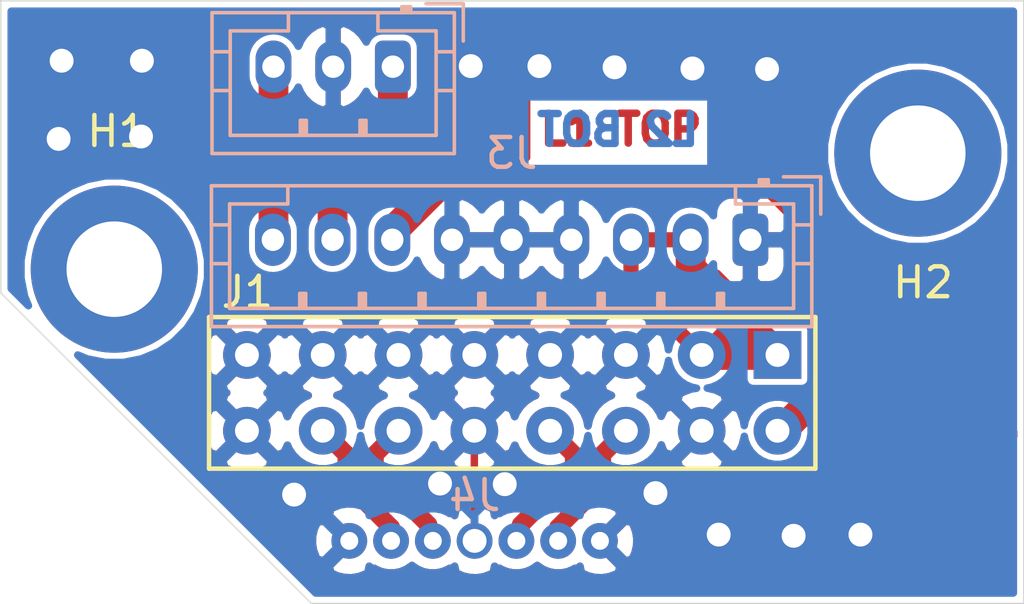
<source format=kicad_pcb>
(kicad_pcb (version 20171130) (host pcbnew 5.1.5+dfsg1-2build2)

  (general
    (thickness 0.5)
    (drawings 8)
    (tracks 57)
    (zones 0)
    (modules 7)
    (nets 10)
  )

  (page A4)
  (layers
    (0 F.Cu signal hide)
    (31 B.Cu signal hide)
    (32 B.Adhes user hide)
    (33 F.Adhes user hide)
    (34 B.Paste user hide)
    (35 F.Paste user hide)
    (36 B.SilkS user hide)
    (37 F.SilkS user hide)
    (38 B.Mask user hide)
    (39 F.Mask user hide)
    (40 Dwgs.User user hide)
    (41 Cmts.User user hide)
    (42 Eco1.User user hide)
    (43 Eco2.User user hide)
    (44 Edge.Cuts user)
    (45 Margin user hide)
    (46 B.CrtYd user hide)
    (47 F.CrtYd user hide)
    (48 B.Fab user)
    (49 F.Fab user hide)
  )

  (setup
    (last_trace_width 0.25)
    (user_trace_width 1)
    (trace_clearance 0.2)
    (zone_clearance 0.25)
    (zone_45_only no)
    (trace_min 0.2)
    (via_size 0.8)
    (via_drill 0.4)
    (via_min_size 0.4)
    (via_min_drill 0.3)
    (user_via 1.2 0.8)
    (uvia_size 0.3)
    (uvia_drill 0.1)
    (uvias_allowed no)
    (uvia_min_size 0.2)
    (uvia_min_drill 0.1)
    (edge_width 0.05)
    (segment_width 0.2)
    (pcb_text_width 0.3)
    (pcb_text_size 1.5 1.5)
    (mod_edge_width 0.12)
    (mod_text_size 1 1)
    (mod_text_width 0.15)
    (pad_size 5.6 5.6)
    (pad_drill 3.2)
    (pad_to_mask_clearance 0.051)
    (solder_mask_min_width 0.25)
    (aux_axis_origin 0 0)
    (grid_origin 136.51 68.02)
    (visible_elements FFFFFF7F)
    (pcbplotparams
      (layerselection 0x010c0_ffffffff)
      (usegerberextensions false)
      (usegerberattributes false)
      (usegerberadvancedattributes false)
      (creategerberjobfile false)
      (excludeedgelayer true)
      (linewidth 0.100000)
      (plotframeref true)
      (viasonmask false)
      (mode 1)
      (useauxorigin false)
      (hpglpennumber 1)
      (hpglpenspeed 20)
      (hpglpendiameter 15.000000)
      (psnegative false)
      (psa4output false)
      (plotreference true)
      (plotvalue true)
      (plotinvisibletext false)
      (padsonsilk false)
      (subtractmaskfromsilk false)
      (outputformat 1)
      (mirror false)
      (drillshape 0)
      (scaleselection 1)
      (outputdirectory "fabrication/"))
  )

  (net 0 "")
  (net 1 /Cable_Tx+)
  (net 2 /Cable_Tx-)
  (net 3 /Cable_Rx+)
  (net 4 /Cable_Rx-)
  (net 5 GNDA)
  (net 6 +12VA)
  (net 7 +5VA)
  (net 8 /~Endswitch_Undocked)
  (net 9 /~Endswitch_Docked)

  (net_class Default "This is the default net class."
    (clearance 0.2)
    (trace_width 0.25)
    (via_dia 0.8)
    (via_drill 0.4)
    (uvia_dia 0.3)
    (uvia_drill 0.1)
    (add_net +12VA)
    (add_net +5VA)
    (add_net /~Endswitch_Docked)
    (add_net /~Endswitch_Undocked)
    (add_net GNDA)
  )

  (net_class SATA_DIFF ""
    (clearance 0.35)
    (trace_width 0.6)
    (via_dia 0.8)
    (via_drill 0.4)
    (uvia_dia 0.3)
    (uvia_drill 0.1)
    (diff_pair_width 0.6)
    (diff_pair_gap 0.35)
    (add_net /Cable_Rx+)
    (add_net /Cable_Rx-)
    (add_net /Cable_Tx+)
    (add_net /Cable_Tx-)
  )

  (module Connector_JST:JST_PH_B3B-PH-K_1x03_P2.00mm_Vertical (layer B.Cu) (tedit 5B7745C2) (tstamp 5EE217E2)
    (at 149.67 50.03 180)
    (descr "JST PH series connector, B3B-PH-K (http://www.jst-mfg.com/product/pdf/eng/ePH.pdf), generated with kicad-footprint-generator")
    (tags "connector JST PH side entry")
    (path /5EE10D21)
    (fp_text reference J5 (at 2 2.9) (layer B.SilkS)
      (effects (font (size 1 1) (thickness 0.15)) (justify mirror))
    )
    (fp_text value Conn_01x03 (at -6.84 -0.59) (layer B.Fab)
      (effects (font (size 1 1) (thickness 0.15)) (justify mirror))
    )
    (fp_text user %R (at 1.96 0.41) (layer B.Fab)
      (effects (font (size 1 1) (thickness 0.15)) (justify mirror))
    )
    (fp_line (start 6.45 2.2) (end -2.45 2.2) (layer B.CrtYd) (width 0.05))
    (fp_line (start 6.45 -3.3) (end 6.45 2.2) (layer B.CrtYd) (width 0.05))
    (fp_line (start -2.45 -3.3) (end 6.45 -3.3) (layer B.CrtYd) (width 0.05))
    (fp_line (start -2.45 2.2) (end -2.45 -3.3) (layer B.CrtYd) (width 0.05))
    (fp_line (start 5.95 1.7) (end -1.95 1.7) (layer B.Fab) (width 0.1))
    (fp_line (start 5.95 -2.8) (end 5.95 1.7) (layer B.Fab) (width 0.1))
    (fp_line (start -1.95 -2.8) (end 5.95 -2.8) (layer B.Fab) (width 0.1))
    (fp_line (start -1.95 1.7) (end -1.95 -2.8) (layer B.Fab) (width 0.1))
    (fp_line (start -2.36 2.11) (end -2.36 0.86) (layer B.Fab) (width 0.1))
    (fp_line (start -1.11 2.11) (end -2.36 2.11) (layer B.Fab) (width 0.1))
    (fp_line (start -2.36 2.11) (end -2.36 0.86) (layer B.SilkS) (width 0.12))
    (fp_line (start -1.11 2.11) (end -2.36 2.11) (layer B.SilkS) (width 0.12))
    (fp_line (start 3 -2.3) (end 3 -1.8) (layer B.SilkS) (width 0.12))
    (fp_line (start 3.1 -1.8) (end 3.1 -2.3) (layer B.SilkS) (width 0.12))
    (fp_line (start 2.9 -1.8) (end 3.1 -1.8) (layer B.SilkS) (width 0.12))
    (fp_line (start 2.9 -2.3) (end 2.9 -1.8) (layer B.SilkS) (width 0.12))
    (fp_line (start 1 -2.3) (end 1 -1.8) (layer B.SilkS) (width 0.12))
    (fp_line (start 1.1 -1.8) (end 1.1 -2.3) (layer B.SilkS) (width 0.12))
    (fp_line (start 0.9 -1.8) (end 1.1 -1.8) (layer B.SilkS) (width 0.12))
    (fp_line (start 0.9 -2.3) (end 0.9 -1.8) (layer B.SilkS) (width 0.12))
    (fp_line (start 6.06 -0.8) (end 5.45 -0.8) (layer B.SilkS) (width 0.12))
    (fp_line (start 6.06 0.5) (end 5.45 0.5) (layer B.SilkS) (width 0.12))
    (fp_line (start -2.06 -0.8) (end -1.45 -0.8) (layer B.SilkS) (width 0.12))
    (fp_line (start -2.06 0.5) (end -1.45 0.5) (layer B.SilkS) (width 0.12))
    (fp_line (start 3.5 1.2) (end 3.5 1.81) (layer B.SilkS) (width 0.12))
    (fp_line (start 5.45 1.2) (end 3.5 1.2) (layer B.SilkS) (width 0.12))
    (fp_line (start 5.45 -2.3) (end 5.45 1.2) (layer B.SilkS) (width 0.12))
    (fp_line (start -1.45 -2.3) (end 5.45 -2.3) (layer B.SilkS) (width 0.12))
    (fp_line (start -1.45 1.2) (end -1.45 -2.3) (layer B.SilkS) (width 0.12))
    (fp_line (start 0.5 1.2) (end -1.45 1.2) (layer B.SilkS) (width 0.12))
    (fp_line (start 0.5 1.81) (end 0.5 1.2) (layer B.SilkS) (width 0.12))
    (fp_line (start -0.3 1.91) (end -0.6 1.91) (layer B.SilkS) (width 0.12))
    (fp_line (start -0.6 2.01) (end -0.6 1.81) (layer B.SilkS) (width 0.12))
    (fp_line (start -0.3 2.01) (end -0.6 2.01) (layer B.SilkS) (width 0.12))
    (fp_line (start -0.3 1.81) (end -0.3 2.01) (layer B.SilkS) (width 0.12))
    (fp_line (start 6.06 1.81) (end -2.06 1.81) (layer B.SilkS) (width 0.12))
    (fp_line (start 6.06 -2.91) (end 6.06 1.81) (layer B.SilkS) (width 0.12))
    (fp_line (start -2.06 -2.91) (end 6.06 -2.91) (layer B.SilkS) (width 0.12))
    (fp_line (start -2.06 1.81) (end -2.06 -2.91) (layer B.SilkS) (width 0.12))
    (pad 3 thru_hole oval (at 4 0 180) (size 1.2 1.75) (drill 0.75) (layers *.Cu *.Mask)
      (net 8 /~Endswitch_Undocked))
    (pad 2 thru_hole oval (at 2 0 180) (size 1.2 1.75) (drill 0.75) (layers *.Cu *.Mask)
      (net 5 GNDA))
    (pad 1 thru_hole roundrect (at 0 0 180) (size 1.2 1.75) (drill 0.75) (layers *.Cu *.Mask) (roundrect_rratio 0.208333)
      (net 9 /~Endswitch_Docked))
    (model ${KISYS3DMOD}/Connector_JST.3dshapes/JST_PH_B3B-PH-K_1x03_P2.00mm_Vertical.wrl
      (at (xyz 0 0 0))
      (scale (xyz 1 1 1))
      (rotate (xyz 0 0 0))
    )
  )

  (module G7_Custom:BOM_ITEM (layer F.Cu) (tedit 5E9C9DB1) (tstamp 5EE216B1)
    (at 164.35 40.13)
    (path /5EE27824)
    (fp_text reference Cable_HDD_ENDSW_preconfected1 (at 0 0.5) (layer F.SilkS)
      (effects (font (size 1 1) (thickness 0.15)))
    )
    (fp_text value ASPHSPH24K305 (at 0 -0.5) (layer F.Fab)
      (effects (font (size 1 1) (thickness 0.15)))
    )
  )

  (module Connector_JST:JST_PH_B9B-PH-K_1x09_P2.00mm_Vertical (layer B.Cu) (tedit 5B7745C2) (tstamp 5E8E8B16)
    (at 161.65 55.83 180)
    (descr "JST PH series connector, B9B-PH-K (http://www.jst-mfg.com/product/pdf/eng/ePH.pdf), generated with kicad-footprint-generator")
    (tags "connector JST PH side entry")
    (path /5EA11095)
    (fp_text reference J3 (at 8 2.9) (layer B.SilkS)
      (effects (font (size 1 1) (thickness 0.15)) (justify mirror))
    )
    (fp_text value Conn_01x09 (at 8 -1.89) (layer B.Fab)
      (effects (font (size 1 1) (thickness 0.15)) (justify mirror))
    )
    (fp_text user %R (at 8.44 0.31) (layer B.Fab)
      (effects (font (size 1 1) (thickness 0.15)) (justify mirror))
    )
    (fp_line (start 18.45 2.2) (end -2.45 2.2) (layer B.CrtYd) (width 0.05))
    (fp_line (start 18.45 -3.3) (end 18.45 2.2) (layer B.CrtYd) (width 0.05))
    (fp_line (start -2.45 -3.3) (end 18.45 -3.3) (layer B.CrtYd) (width 0.05))
    (fp_line (start -2.45 2.2) (end -2.45 -3.3) (layer B.CrtYd) (width 0.05))
    (fp_line (start 17.95 1.7) (end -1.95 1.7) (layer B.Fab) (width 0.1))
    (fp_line (start 17.95 -2.8) (end 17.95 1.7) (layer B.Fab) (width 0.1))
    (fp_line (start -1.95 -2.8) (end 17.95 -2.8) (layer B.Fab) (width 0.1))
    (fp_line (start -1.95 1.7) (end -1.95 -2.8) (layer B.Fab) (width 0.1))
    (fp_line (start -2.36 2.11) (end -2.36 0.86) (layer B.Fab) (width 0.1))
    (fp_line (start -1.11 2.11) (end -2.36 2.11) (layer B.Fab) (width 0.1))
    (fp_line (start -2.36 2.11) (end -2.36 0.86) (layer B.SilkS) (width 0.12))
    (fp_line (start -1.11 2.11) (end -2.36 2.11) (layer B.SilkS) (width 0.12))
    (fp_line (start 15 -2.3) (end 15 -1.8) (layer B.SilkS) (width 0.12))
    (fp_line (start 15.1 -1.8) (end 15.1 -2.3) (layer B.SilkS) (width 0.12))
    (fp_line (start 14.9 -1.8) (end 15.1 -1.8) (layer B.SilkS) (width 0.12))
    (fp_line (start 14.9 -2.3) (end 14.9 -1.8) (layer B.SilkS) (width 0.12))
    (fp_line (start 13 -2.3) (end 13 -1.8) (layer B.SilkS) (width 0.12))
    (fp_line (start 13.1 -1.8) (end 13.1 -2.3) (layer B.SilkS) (width 0.12))
    (fp_line (start 12.9 -1.8) (end 13.1 -1.8) (layer B.SilkS) (width 0.12))
    (fp_line (start 12.9 -2.3) (end 12.9 -1.8) (layer B.SilkS) (width 0.12))
    (fp_line (start 11 -2.3) (end 11 -1.8) (layer B.SilkS) (width 0.12))
    (fp_line (start 11.1 -1.8) (end 11.1 -2.3) (layer B.SilkS) (width 0.12))
    (fp_line (start 10.9 -1.8) (end 11.1 -1.8) (layer B.SilkS) (width 0.12))
    (fp_line (start 10.9 -2.3) (end 10.9 -1.8) (layer B.SilkS) (width 0.12))
    (fp_line (start 9 -2.3) (end 9 -1.8) (layer B.SilkS) (width 0.12))
    (fp_line (start 9.1 -1.8) (end 9.1 -2.3) (layer B.SilkS) (width 0.12))
    (fp_line (start 8.9 -1.8) (end 9.1 -1.8) (layer B.SilkS) (width 0.12))
    (fp_line (start 8.9 -2.3) (end 8.9 -1.8) (layer B.SilkS) (width 0.12))
    (fp_line (start 7 -2.3) (end 7 -1.8) (layer B.SilkS) (width 0.12))
    (fp_line (start 7.1 -1.8) (end 7.1 -2.3) (layer B.SilkS) (width 0.12))
    (fp_line (start 6.9 -1.8) (end 7.1 -1.8) (layer B.SilkS) (width 0.12))
    (fp_line (start 6.9 -2.3) (end 6.9 -1.8) (layer B.SilkS) (width 0.12))
    (fp_line (start 5 -2.3) (end 5 -1.8) (layer B.SilkS) (width 0.12))
    (fp_line (start 5.1 -1.8) (end 5.1 -2.3) (layer B.SilkS) (width 0.12))
    (fp_line (start 4.9 -1.8) (end 5.1 -1.8) (layer B.SilkS) (width 0.12))
    (fp_line (start 4.9 -2.3) (end 4.9 -1.8) (layer B.SilkS) (width 0.12))
    (fp_line (start 3 -2.3) (end 3 -1.8) (layer B.SilkS) (width 0.12))
    (fp_line (start 3.1 -1.8) (end 3.1 -2.3) (layer B.SilkS) (width 0.12))
    (fp_line (start 2.9 -1.8) (end 3.1 -1.8) (layer B.SilkS) (width 0.12))
    (fp_line (start 2.9 -2.3) (end 2.9 -1.8) (layer B.SilkS) (width 0.12))
    (fp_line (start 1 -2.3) (end 1 -1.8) (layer B.SilkS) (width 0.12))
    (fp_line (start 1.1 -1.8) (end 1.1 -2.3) (layer B.SilkS) (width 0.12))
    (fp_line (start 0.9 -1.8) (end 1.1 -1.8) (layer B.SilkS) (width 0.12))
    (fp_line (start 0.9 -2.3) (end 0.9 -1.8) (layer B.SilkS) (width 0.12))
    (fp_line (start 18.06 -0.8) (end 17.45 -0.8) (layer B.SilkS) (width 0.12))
    (fp_line (start 18.06 0.5) (end 17.45 0.5) (layer B.SilkS) (width 0.12))
    (fp_line (start -2.06 -0.8) (end -1.45 -0.8) (layer B.SilkS) (width 0.12))
    (fp_line (start -2.06 0.5) (end -1.45 0.5) (layer B.SilkS) (width 0.12))
    (fp_line (start 15.5 1.2) (end 15.5 1.81) (layer B.SilkS) (width 0.12))
    (fp_line (start 17.45 1.2) (end 15.5 1.2) (layer B.SilkS) (width 0.12))
    (fp_line (start 17.45 -2.3) (end 17.45 1.2) (layer B.SilkS) (width 0.12))
    (fp_line (start -1.45 -2.3) (end 17.45 -2.3) (layer B.SilkS) (width 0.12))
    (fp_line (start -1.45 1.2) (end -1.45 -2.3) (layer B.SilkS) (width 0.12))
    (fp_line (start 0.5 1.2) (end -1.45 1.2) (layer B.SilkS) (width 0.12))
    (fp_line (start 0.5 1.81) (end 0.5 1.2) (layer B.SilkS) (width 0.12))
    (fp_line (start -0.3 1.91) (end -0.6 1.91) (layer B.SilkS) (width 0.12))
    (fp_line (start -0.6 2.01) (end -0.6 1.81) (layer B.SilkS) (width 0.12))
    (fp_line (start -0.3 2.01) (end -0.6 2.01) (layer B.SilkS) (width 0.12))
    (fp_line (start -0.3 1.81) (end -0.3 2.01) (layer B.SilkS) (width 0.12))
    (fp_line (start 18.06 1.81) (end -2.06 1.81) (layer B.SilkS) (width 0.12))
    (fp_line (start 18.06 -2.91) (end 18.06 1.81) (layer B.SilkS) (width 0.12))
    (fp_line (start -2.06 -2.91) (end 18.06 -2.91) (layer B.SilkS) (width 0.12))
    (fp_line (start -2.06 1.81) (end -2.06 -2.91) (layer B.SilkS) (width 0.12))
    (pad 9 thru_hole oval (at 16 0 180) (size 1.2 1.75) (drill 0.75) (layers *.Cu *.Mask)
      (net 8 /~Endswitch_Undocked))
    (pad 8 thru_hole oval (at 14 0 180) (size 1.2 1.75) (drill 0.75) (layers *.Cu *.Mask)
      (net 9 /~Endswitch_Docked))
    (pad 7 thru_hole oval (at 12 0 180) (size 1.2 1.75) (drill 0.75) (layers *.Cu *.Mask)
      (net 7 +5VA))
    (pad 6 thru_hole oval (at 10 0 180) (size 1.2 1.75) (drill 0.75) (layers *.Cu *.Mask)
      (net 5 GNDA))
    (pad 5 thru_hole oval (at 8 0 180) (size 1.2 1.75) (drill 0.75) (layers *.Cu *.Mask)
      (net 5 GNDA))
    (pad 4 thru_hole oval (at 6 0 180) (size 1.2 1.75) (drill 0.75) (layers *.Cu *.Mask)
      (net 5 GNDA))
    (pad 3 thru_hole oval (at 4 0 180) (size 1.2 1.75) (drill 0.75) (layers *.Cu *.Mask)
      (net 6 +12VA))
    (pad 2 thru_hole oval (at 2 0 180) (size 1.2 1.75) (drill 0.75) (layers *.Cu *.Mask)
      (net 6 +12VA))
    (pad 1 thru_hole roundrect (at 0 0 180) (size 1.2 1.75) (drill 0.75) (layers *.Cu *.Mask) (roundrect_rratio 0.208333)
      (net 5 GNDA))
    (model ${KISYS3DMOD}/Connector_JST.3dshapes/JST_PH_B9B-PH-K_1x09_P2.00mm_Vertical.wrl
      (at (xyz 0 0 0))
      (scale (xyz 1 1 1))
      (rotate (xyz 0 0 0))
    )
  )

  (module G7_Custom:Conn_Spring_Counterpart_MaxMill_823-22-016-10-0001101 (layer F.Cu) (tedit 5E8CA393) (tstamp 5E8E74D2)
    (at 153.67 60.96 270)
    (path /5E96C9B7)
    (fp_text reference J1 (at -3.3782 8.8773 180) (layer F.SilkS)
      (effects (font (size 1 1) (thickness 0.15)))
    )
    (fp_text value 419-10-216-00-006000 (at -0.635 -12.065 90) (layer F.Fab) hide
      (effects (font (size 1 1) (thickness 0.15)))
    )
    (fp_line (start -2.54 -10.16) (end 2.54 -10.16) (layer F.SilkS) (width 0.15))
    (fp_line (start -2.54 -10.16) (end -2.54 10.16) (layer F.SilkS) (width 0.15))
    (fp_line (start -2.54 10.16) (end 2.54 10.16) (layer F.SilkS) (width 0.15))
    (fp_line (start 2.54 10.16) (end 2.54 -10.16) (layer F.SilkS) (width 0.15))
    (fp_line (start -2.54 -10.16) (end -2.54 10.16) (layer F.Fab) (width 0.12))
    (fp_line (start -2.54 10.16) (end 2.54 10.16) (layer F.Fab) (width 0.12))
    (fp_line (start 2.54 10.16) (end 2.54 -10.16) (layer F.Fab) (width 0.12))
    (fp_line (start 2.54 -10.16) (end -2.54 -10.16) (layer F.Fab) (width 0.12))
    (fp_line (start -2.54 -10.16) (end -2.54 -9.525) (layer F.Fab) (width 0.12))
    (fp_line (start -2.54 -9.525) (end -1.905 -10.16) (layer F.Fab) (width 0.12))
    (pad 1 thru_hole rect (at -1.27 -8.89 180) (size 1.6 1.6) (drill 0.8) (layers *.Cu *.Mask)
      (net 6 +12VA))
    (pad 2 thru_hole circle (at 1.27 -8.89 180) (size 1.6 1.6) (drill 0.8) (layers *.Cu *.Mask)
      (net 7 +5VA))
    (pad 3 thru_hole circle (at -1.27 -6.35 180) (size 1.6 1.6) (drill 0.8) (layers *.Cu *.Mask)
      (net 6 +12VA))
    (pad 4 thru_hole circle (at 1.27 -6.35 180) (size 1.6 1.6) (drill 0.8) (layers *.Cu *.Mask)
      (net 5 GNDA))
    (pad 5 thru_hole circle (at -1.27 -3.81 180) (size 1.6 1.6) (drill 0.8) (layers *.Cu *.Mask)
      (net 5 GNDA))
    (pad 6 thru_hole circle (at 1.27 -3.81 180) (size 1.6 1.6) (drill 0.8) (layers *.Cu *.Mask)
      (net 3 /Cable_Rx+))
    (pad 7 thru_hole circle (at -1.27 -1.27 180) (size 1.6 1.6) (drill 0.8) (layers *.Cu *.Mask)
      (net 5 GNDA))
    (pad 8 thru_hole circle (at 1.27 -1.27 180) (size 1.6 1.6) (drill 0.8) (layers *.Cu *.Mask)
      (net 4 /Cable_Rx-))
    (pad 9 thru_hole circle (at -1.27 1.27 180) (size 1.6 1.6) (drill 0.8) (layers *.Cu *.Mask)
      (net 5 GNDA))
    (pad 10 thru_hole circle (at 1.27 1.27 180) (size 1.6 1.6) (drill 0.8) (layers *.Cu *.Mask)
      (net 5 GNDA))
    (pad 11 thru_hole circle (at -1.27 3.81 180) (size 1.6 1.6) (drill 0.8) (layers *.Cu *.Mask)
      (net 5 GNDA))
    (pad 12 thru_hole circle (at 1.27 3.81 180) (size 1.6 1.6) (drill 0.8) (layers *.Cu *.Mask)
      (net 2 /Cable_Tx-))
    (pad 13 thru_hole circle (at -1.27 6.35 180) (size 1.6 1.6) (drill 0.8) (layers *.Cu *.Mask)
      (net 5 GNDA))
    (pad 14 thru_hole circle (at 1.27 6.35 180) (size 1.6 1.6) (drill 0.8) (layers *.Cu *.Mask)
      (net 1 /Cable_Tx+))
    (pad 15 thru_hole circle (at -1.27 8.89 180) (size 1.6 1.6) (drill 0.8) (layers *.Cu *.Mask)
      (net 5 GNDA))
    (pad 16 thru_hole circle (at 1.27 8.89 180) (size 1.6 1.6) (drill 0.8) (layers *.Cu *.Mask)
      (net 5 GNDA))
    (model ${G7_3D}/10_Elektronik/11_Steckverbinder/Conn_Spring_Counterpart_MaxMill_021.step
      (at (xyz 0 0 0))
      (scale (xyz 1 1 1))
      (rotate (xyz 0 0 0))
    )
  )

  (module G7_Custom:SATA_Cable_Intake (layer B.Cu) (tedit 5E8F4C16) (tstamp 5E8E3826)
    (at 152.41 65.92)
    (path /5E8F68D1)
    (fp_text reference J4 (at 0 -1.524) (layer B.SilkS)
      (effects (font (size 1 1) (thickness 0.15)) (justify mirror))
    )
    (fp_text value Conn_01x07_Female (at 1.1 0.3) (layer B.Fab)
      (effects (font (size 1 1) (thickness 0.15)) (justify mirror))
    )
    (pad 1 thru_hole circle (at -4.2 0) (size 1.2 1.2) (drill 0.6) (layers *.Cu *.Mask)
      (net 5 GNDA))
    (pad 2 thru_hole circle (at -2.8 0) (size 1.2 1.2) (drill 0.6) (layers *.Cu *.Mask)
      (net 1 /Cable_Tx+))
    (pad 3 thru_hole circle (at -1.4 0) (size 1.2 1.2) (drill 0.6) (layers *.Cu *.Mask)
      (net 2 /Cable_Tx-))
    (pad 7 thru_hole circle (at 4.2 0) (size 1.2 1.2) (drill 0.6) (layers *.Cu *.Mask)
      (net 5 GNDA))
    (pad 6 thru_hole circle (at 2.8 0) (size 1.2 1.2) (drill 0.6) (layers *.Cu *.Mask)
      (net 3 /Cable_Rx+))
    (pad 5 thru_hole circle (at 1.4 0) (size 1.2 1.2) (drill 0.6) (layers *.Cu *.Mask)
      (net 4 /Cable_Rx-))
    (pad 4 thru_hole circle (at 0 0) (size 1.2 1.2) (drill 0.8) (layers *.Cu *.Mask)
      (net 5 GNDA))
    (model ${G7_3D}/10_Elektronik/11_Steckverbinder/SATA_Cable_Intake.step
      (at (xyz 0 0 0))
      (scale (xyz 1 1 1))
      (rotate (xyz 0 0 0))
    )
  )

  (module MountingHole:MountingHole_3.2mm_M3_DIN965_Pad (layer F.Cu) (tedit 56D1B4CB) (tstamp 5E8CFC4E)
    (at 167.26154 52.92852 180)
    (descr "Mounting Hole 3.2mm, M3, DIN965")
    (tags "mounting hole 3.2mm m3 din965")
    (path /5E8F29F7)
    (attr virtual)
    (fp_text reference H2 (at -0.17526 -4.33578) (layer F.SilkS)
      (effects (font (size 1 1) (thickness 0.15)))
    )
    (fp_text value MountingHole_Pad (at 3.96494 2.28092) (layer F.Fab) hide
      (effects (font (size 1 1) (thickness 0.15)))
    )
    (fp_circle (center 0 0) (end 3.05 0) (layer F.CrtYd) (width 0.05))
    (fp_circle (center 0 0) (end 2.8 0) (layer Cmts.User) (width 0.15))
    (fp_text user %R (at 0.3 0) (layer F.Fab)
      (effects (font (size 1 1) (thickness 0.15)))
    )
    (pad 1 thru_hole circle (at 0 0 180) (size 5.6 5.6) (drill 3.2) (layers *.Cu *.Mask))
  )

  (module MountingHole:MountingHole_3.2mm_M3_DIN965_Pad (layer F.Cu) (tedit 56D1B4CB) (tstamp 5E8CFC46)
    (at 140.335 56.815 180)
    (descr "Mounting Hole 3.2mm, M3, DIN965")
    (tags "mounting hole 3.2mm m3 din965")
    (path /5E8F29F1)
    (attr virtual)
    (fp_text reference H1 (at -0.095 4.62) (layer F.SilkS)
      (effects (font (size 1 1) (thickness 0.15)))
    )
    (fp_text value MountingHole_Pad (at -3.6068 5.1308) (layer F.Fab) hide
      (effects (font (size 1 1) (thickness 0.15)))
    )
    (fp_circle (center 0 0) (end 3.05 0) (layer F.CrtYd) (width 0.05))
    (fp_circle (center 0 0) (end 2.8 0) (layer Cmts.User) (width 0.15))
    (fp_text user %R (at 0.3 0) (layer F.Fab)
      (effects (font (size 1 1) (thickness 0.15)))
    )
    (pad 1 thru_hole circle (at 0 0 180) (size 5.6 5.6) (drill 3.2) (layers *.Cu *.Mask))
  )

  (gr_text "BaSe SATA ADPT\nCarriage V1_1" (at 168.91 62.02 90) (layer F.Cu) (tstamp 5EFD044F)
    (effects (font (size 1 0.9) (thickness 0.2)))
  )
  (gr_text "L2 BOT" (at 157.21 52.15) (layer B.Cu)
    (effects (font (size 1 1) (thickness 0.25)) (justify mirror))
  )
  (gr_text "L1 TOP" (at 157.32 52.14) (layer F.Cu)
    (effects (font (size 1 1) (thickness 0.25)))
  )
  (gr_line (start 146.94 68.02) (end 136.53 57.61) (layer Edge.Cuts) (width 0.05))
  (gr_line (start 136.53 47.82) (end 136.53 57.61) (layer Edge.Cuts) (width 0.05))
  (gr_line (start 170.815 47.82) (end 136.53 47.82) (layer Edge.Cuts) (width 0.05))
  (gr_line (start 170.815 68.02) (end 170.815 47.82) (layer Edge.Cuts) (width 0.05))
  (gr_line (start 146.94 68.02) (end 170.815 68.02) (layer Edge.Cuts) (width 0.05))

  (segment (start 149.61 65.863503) (end 149.61 65.92) (width 0.6) (layer F.Cu) (net 1))
  (segment (start 149.61 65.469998) (end 149.61 65.863503) (width 0.6) (layer F.Cu) (net 1))
  (segment (start 148.115 63.974998) (end 149.61 65.469998) (width 0.6) (layer F.Cu) (net 1))
  (segment (start 148.115 63.025) (end 148.115 63.974998) (width 0.6) (layer F.Cu) (net 1))
  (segment (start 147.32 62.23) (end 148.115 63.025) (width 0.6) (layer F.Cu) (net 1))
  (segment (start 150.860001 65.770001) (end 151.01 65.92) (width 0.6) (layer F.Cu) (net 2))
  (segment (start 149.065 63.025) (end 149.065 63.581508) (width 0.6) (layer F.Cu) (net 2))
  (segment (start 149.86 62.23) (end 149.065 63.025) (width 0.6) (layer F.Cu) (net 2))
  (segment (start 150.860001 65.376509) (end 150.860001 65.770001) (width 0.6) (layer F.Cu) (net 2))
  (segment (start 149.065 63.581508) (end 150.860001 65.376509) (width 0.6) (layer F.Cu) (net 2))
  (segment (start 155.21 65.863503) (end 155.21 65.92) (width 0.6) (layer F.Cu) (net 3))
  (segment (start 156.685 63.025) (end 156.685 63.994998) (width 0.6) (layer F.Cu) (net 3))
  (segment (start 155.21 65.469998) (end 155.21 65.863503) (width 0.6) (layer F.Cu) (net 3))
  (segment (start 156.685 63.994998) (end 155.21 65.469998) (width 0.6) (layer F.Cu) (net 3))
  (segment (start 157.48 62.23) (end 156.685 63.025) (width 0.6) (layer F.Cu) (net 3))
  (segment (start 153.959999 65.376509) (end 153.959999 65.770001) (width 0.6) (layer F.Cu) (net 4))
  (segment (start 153.959999 65.770001) (end 153.81 65.92) (width 0.6) (layer F.Cu) (net 4))
  (segment (start 155.735 63.601508) (end 153.959999 65.376509) (width 0.6) (layer F.Cu) (net 4))
  (segment (start 155.735 63.025) (end 155.735 63.601508) (width 0.6) (layer F.Cu) (net 4))
  (segment (start 154.94 62.23) (end 155.735 63.025) (width 0.6) (layer F.Cu) (net 4))
  (via (at 146.36 64.37) (size 1.2) (drill 0.8) (layers F.Cu B.Cu) (net 5) (tstamp 5EF10EE8))
  (via (at 158.47 64.32) (size 1.2) (drill 0.8) (layers F.Cu B.Cu) (net 5) (tstamp 5EF10EE8))
  (via (at 153.42 64.02) (size 1.2) (drill 0.8) (layers F.Cu B.Cu) (net 5) (tstamp 5EF10EE8))
  (via (at 151.25 64) (size 1.2) (drill 0.8) (layers F.Cu B.Cu) (net 5) (tstamp 5EF10EE8))
  (via (at 152.28 50.01) (size 1.2) (drill 0.8) (layers F.Cu B.Cu) (net 5))
  (via (at 154.58 50.01) (size 1.2) (drill 0.8) (layers F.Cu B.Cu) (net 5))
  (via (at 157.1 50.05) (size 1.2) (drill 0.8) (layers F.Cu B.Cu) (net 5))
  (via (at 159.71 50.09) (size 1.2) (drill 0.8) (layers F.Cu B.Cu) (net 5))
  (via (at 162.21 50.11) (size 1.2) (drill 0.8) (layers F.Cu B.Cu) (net 5))
  (via (at 138.57 49.83) (size 1.2) (drill 0.8) (layers F.Cu B.Cu) (net 5))
  (via (at 141.26 49.83) (size 1.2) (drill 0.8) (layers F.Cu B.Cu) (net 5))
  (via (at 138.47 52.45) (size 1.2) (drill 0.8) (layers F.Cu B.Cu) (net 5))
  (via (at 141.23 52.37) (size 1.2) (drill 0.8) (layers F.Cu B.Cu) (net 5))
  (via (at 165.34 65.71) (size 1.2) (drill 0.8) (layers F.Cu B.Cu) (net 5))
  (via (at 163.1 65.75) (size 1.2) (drill 0.8) (layers F.Cu B.Cu) (net 5))
  (via (at 160.59 65.71) (size 1.2) (drill 0.8) (layers F.Cu B.Cu) (net 5))
  (segment (start 152.4 65.91) (end 152.41 65.92) (width 0.25) (layer F.Cu) (net 5))
  (segment (start 152.4 62.23) (end 152.4 65.91) (width 0.25) (layer F.Cu) (net 5))
  (segment (start 152.41 65.16) (end 151.25 64) (width 0.25) (layer B.Cu) (net 5))
  (segment (start 152.41 65.92) (end 152.41 65.16) (width 0.25) (layer B.Cu) (net 5))
  (segment (start 152.41 65.03) (end 153.42 64.02) (width 0.25) (layer B.Cu) (net 5))
  (segment (start 152.41 65.92) (end 152.41 65.03) (width 0.25) (layer B.Cu) (net 5))
  (segment (start 160.02 59.69) (end 162.56 59.69) (width 1) (layer F.Cu) (net 6))
  (segment (start 159.65 56.78) (end 159.65 55.83) (width 1) (layer F.Cu) (net 6))
  (segment (start 162.56 59.69) (end 159.65 56.78) (width 1) (layer F.Cu) (net 6))
  (segment (start 149.65 55.555) (end 149.65 55.83) (width 1) (layer F.Cu) (net 7))
  (segment (start 151.25 53.955) (end 149.65 55.555) (width 1) (layer F.Cu) (net 7))
  (segment (start 162.445 53.955) (end 151.25 53.955) (width 1) (layer F.Cu) (net 7))
  (segment (start 164.060001 55.570001) (end 162.445 53.955) (width 1) (layer F.Cu) (net 7))
  (segment (start 164.060001 60.869999) (end 164.060001 55.570001) (width 1) (layer F.Cu) (net 7))
  (segment (start 162.7 62.23) (end 164.060001 60.869999) (width 1) (layer F.Cu) (net 7))
  (segment (start 162.56 62.23) (end 162.7 62.23) (width 1) (layer F.Cu) (net 7))
  (segment (start 145.67 55.81) (end 145.65 55.83) (width 1) (layer F.Cu) (net 8))
  (segment (start 145.67 50.03) (end 145.67 55.81) (width 1) (layer F.Cu) (net 8))
  (segment (start 149.67 52.4) (end 149.67 50.03) (width 1) (layer F.Cu) (net 9))
  (segment (start 147.65 55.83) (end 147.65 54.42) (width 1) (layer F.Cu) (net 9))
  (segment (start 147.65 54.42) (end 149.67 52.4) (width 1) (layer F.Cu) (net 9))

  (zone (net 5) (net_name GNDA) (layer F.Cu) (tstamp 5EFE2024) (hatch edge 0.508)
    (connect_pads (clearance 0.25))
    (min_thickness 0.254)
    (fill yes (arc_segments 32) (thermal_gap 0.508) (thermal_bridge_width 0.508))
    (polygon
      (pts
        (xy 136.5325 47.785) (xy 170.81 47.82) (xy 170.810121 55.499978) (xy 170.82 68.02) (xy 166.56 68.02)
        (xy 136.5275 67.995)
      )
    )
    (filled_polygon
      (pts
        (xy 170.413001 52.487218) (xy 170.31645 52.001823) (xy 170.076961 51.423646) (xy 169.729277 50.903301) (xy 169.286759 50.460783)
        (xy 168.766414 50.113099) (xy 168.188237 49.87361) (xy 167.574447 49.75152) (xy 166.948633 49.75152) (xy 166.334843 49.87361)
        (xy 165.756666 50.113099) (xy 165.236321 50.460783) (xy 164.793803 50.903301) (xy 164.446119 51.423646) (xy 164.20663 52.001823)
        (xy 164.08454 52.615613) (xy 164.08454 53.241427) (xy 164.20663 53.855217) (xy 164.446119 54.433394) (xy 164.793803 54.953739)
        (xy 165.236321 55.396257) (xy 165.756666 55.743941) (xy 166.334843 55.98343) (xy 166.883 56.092465) (xy 166.883 67.618)
        (xy 147.106514 67.618) (xy 145.486952 65.998438) (xy 146.971505 65.998438) (xy 147.010605 66.238549) (xy 147.095798 66.466418)
        (xy 147.136652 66.542852) (xy 147.360236 66.590159) (xy 148.030395 65.92) (xy 147.360236 65.249841) (xy 147.136652 65.297148)
        (xy 147.035763 65.518516) (xy 146.98 65.755313) (xy 146.971505 65.998438) (xy 145.486952 65.998438) (xy 142.711216 63.222702)
        (xy 143.966903 63.222702) (xy 144.038486 63.466671) (xy 144.293996 63.587571) (xy 144.568184 63.6563) (xy 144.850512 63.670217)
        (xy 145.13013 63.628787) (xy 145.396292 63.533603) (xy 145.521514 63.466671) (xy 145.593097 63.222702) (xy 144.78 62.409605)
        (xy 143.966903 63.222702) (xy 142.711216 63.222702) (xy 141.789026 62.300512) (xy 143.339783 62.300512) (xy 143.381213 62.58013)
        (xy 143.476397 62.846292) (xy 143.543329 62.971514) (xy 143.787298 63.043097) (xy 144.600395 62.23) (xy 144.959605 62.23)
        (xy 145.772702 63.043097) (xy 146.016671 62.971514) (xy 146.137571 62.716004) (xy 146.138145 62.713713) (xy 146.188337 62.834886)
        (xy 146.328089 63.04404) (xy 146.50596 63.221911) (xy 146.715114 63.361663) (xy 146.947513 63.457926) (xy 147.194226 63.507)
        (xy 147.338001 63.507) (xy 147.338001 63.936825) (xy 147.334241 63.974998) (xy 147.346942 64.103942) (xy 147.349244 64.127317)
        (xy 147.355311 64.147317) (xy 147.393673 64.273781) (xy 147.465823 64.408764) (xy 147.538591 64.497432) (xy 147.562921 64.527078)
        (xy 147.592565 64.551406) (xy 147.797055 64.755897) (xy 147.663582 64.805798) (xy 147.587148 64.846652) (xy 147.539841 65.070236)
        (xy 148.21 65.740395) (xy 148.224143 65.726253) (xy 148.403748 65.905858) (xy 148.389605 65.92) (xy 148.403748 65.934143)
        (xy 148.224143 66.113748) (xy 148.21 66.099605) (xy 147.539841 66.769764) (xy 147.587148 66.993348) (xy 147.808516 67.094237)
        (xy 148.045313 67.15) (xy 148.288438 67.158495) (xy 148.528549 67.119395) (xy 148.756418 67.034202) (xy 148.832852 66.993348)
        (xy 148.880158 66.769766) (xy 148.997264 66.886872) (xy 149.045815 66.838321) (xy 149.099849 66.874425) (xy 149.295851 66.955611)
        (xy 149.503925 66.997) (xy 149.716075 66.997) (xy 149.924149 66.955611) (xy 150.120151 66.874425) (xy 150.296547 66.75656)
        (xy 150.31 66.743107) (xy 150.323453 66.75656) (xy 150.499849 66.874425) (xy 150.695851 66.955611) (xy 150.903925 66.997)
        (xy 151.116075 66.997) (xy 151.324149 66.955611) (xy 151.520151 66.874425) (xy 151.574185 66.838321) (xy 151.622736 66.886872)
        (xy 151.739842 66.769766) (xy 151.787148 66.993348) (xy 152.008516 67.094237) (xy 152.245313 67.15) (xy 152.488438 67.158495)
        (xy 152.728549 67.119395) (xy 152.956418 67.034202) (xy 153.032852 66.993348) (xy 153.080158 66.769766) (xy 153.197264 66.886872)
        (xy 153.245815 66.838321) (xy 153.299849 66.874425) (xy 153.495851 66.955611) (xy 153.703925 66.997) (xy 153.916075 66.997)
        (xy 154.124149 66.955611) (xy 154.320151 66.874425) (xy 154.496547 66.75656) (xy 154.51 66.743107) (xy 154.523453 66.75656)
        (xy 154.699849 66.874425) (xy 154.895851 66.955611) (xy 155.103925 66.997) (xy 155.316075 66.997) (xy 155.524149 66.955611)
        (xy 155.720151 66.874425) (xy 155.774185 66.838321) (xy 155.822736 66.886872) (xy 155.939842 66.769766) (xy 155.987148 66.993348)
        (xy 156.208516 67.094237) (xy 156.445313 67.15) (xy 156.688438 67.158495) (xy 156.928549 67.119395) (xy 157.156418 67.034202)
        (xy 157.232852 66.993348) (xy 157.280159 66.769764) (xy 156.61 66.099605) (xy 156.595858 66.113748) (xy 156.416253 65.934143)
        (xy 156.430395 65.92) (xy 156.789605 65.92) (xy 157.459764 66.590159) (xy 157.683348 66.542852) (xy 157.784237 66.321484)
        (xy 157.84 66.084687) (xy 157.848495 65.841562) (xy 157.809395 65.601451) (xy 157.724202 65.373582) (xy 157.683348 65.297148)
        (xy 157.459764 65.249841) (xy 156.789605 65.92) (xy 156.430395 65.92) (xy 156.416253 65.905858) (xy 156.595858 65.726253)
        (xy 156.61 65.740395) (xy 157.280159 65.070236) (xy 157.232852 64.846652) (xy 157.026318 64.752524) (xy 157.207436 64.571406)
        (xy 157.23708 64.547078) (xy 157.277823 64.497432) (xy 157.334177 64.428765) (xy 157.406327 64.293782) (xy 157.425467 64.230685)
        (xy 157.450757 64.147317) (xy 157.462 64.033164) (xy 157.462 64.033162) (xy 157.465759 63.994999) (xy 157.462 63.956835)
        (xy 157.462 63.507) (xy 157.605774 63.507) (xy 157.852487 63.457926) (xy 158.084886 63.361663) (xy 158.292856 63.222702)
        (xy 159.206903 63.222702) (xy 159.278486 63.466671) (xy 159.533996 63.587571) (xy 159.808184 63.6563) (xy 160.090512 63.670217)
        (xy 160.37013 63.628787) (xy 160.636292 63.533603) (xy 160.761514 63.466671) (xy 160.833097 63.222702) (xy 160.02 62.409605)
        (xy 159.206903 63.222702) (xy 158.292856 63.222702) (xy 158.29404 63.221911) (xy 158.471911 63.04404) (xy 158.611663 62.834886)
        (xy 158.665681 62.704475) (xy 158.716397 62.846292) (xy 158.783329 62.971514) (xy 159.027298 63.043097) (xy 159.840395 62.23)
        (xy 159.027298 61.416903) (xy 158.783329 61.488486) (xy 158.662429 61.743996) (xy 158.661855 61.746287) (xy 158.611663 61.625114)
        (xy 158.471911 61.41596) (xy 158.29404 61.238089) (xy 158.084886 61.098337) (xy 157.954475 61.044319) (xy 158.096292 60.993603)
        (xy 158.221514 60.926671) (xy 158.293097 60.682702) (xy 157.48 59.869605) (xy 156.666903 60.682702) (xy 156.738486 60.926671)
        (xy 156.993996 61.047571) (xy 156.996287 61.048145) (xy 156.875114 61.098337) (xy 156.66596 61.238089) (xy 156.488089 61.41596)
        (xy 156.348337 61.625114) (xy 156.252074 61.857513) (xy 156.21 62.069034) (xy 156.167926 61.857513) (xy 156.071663 61.625114)
        (xy 155.931911 61.41596) (xy 155.75404 61.238089) (xy 155.544886 61.098337) (xy 155.414475 61.044319) (xy 155.556292 60.993603)
        (xy 155.681514 60.926671) (xy 155.753097 60.682702) (xy 154.94 59.869605) (xy 154.126903 60.682702) (xy 154.198486 60.926671)
        (xy 154.453996 61.047571) (xy 154.456287 61.048145) (xy 154.335114 61.098337) (xy 154.12596 61.238089) (xy 153.948089 61.41596)
        (xy 153.808337 61.625114) (xy 153.754319 61.755525) (xy 153.703603 61.613708) (xy 153.636671 61.488486) (xy 153.392702 61.416903)
        (xy 152.579605 62.23) (xy 153.392702 63.043097) (xy 153.636671 62.971514) (xy 153.757571 62.716004) (xy 153.758145 62.713713)
        (xy 153.808337 62.834886) (xy 153.948089 63.04404) (xy 154.12596 63.221911) (xy 154.335114 63.361663) (xy 154.567513 63.457926)
        (xy 154.744528 63.493136) (xy 153.437568 64.800097) (xy 153.407919 64.824429) (xy 153.38359 64.854075) (xy 153.310822 64.942743)
        (xy 153.297934 64.966854) (xy 153.245815 65.001679) (xy 153.197264 64.953128) (xy 153.080158 65.070234) (xy 153.032852 64.846652)
        (xy 152.811484 64.745763) (xy 152.574687 64.69) (xy 152.331562 64.681505) (xy 152.091451 64.720605) (xy 151.863582 64.805798)
        (xy 151.787148 64.846652) (xy 151.739842 65.070234) (xy 151.622736 64.953128) (xy 151.574184 65.00168) (xy 151.522066 64.966855)
        (xy 151.509178 64.942743) (xy 151.488805 64.917918) (xy 151.43641 64.854074) (xy 151.436409 64.854073) (xy 151.412081 64.824429)
        (xy 151.382438 64.800102) (xy 150.072153 63.489818) (xy 150.232487 63.457926) (xy 150.464886 63.361663) (xy 150.672856 63.222702)
        (xy 151.586903 63.222702) (xy 151.658486 63.466671) (xy 151.913996 63.587571) (xy 152.188184 63.6563) (xy 152.470512 63.670217)
        (xy 152.75013 63.628787) (xy 153.016292 63.533603) (xy 153.141514 63.466671) (xy 153.213097 63.222702) (xy 152.4 62.409605)
        (xy 151.586903 63.222702) (xy 150.672856 63.222702) (xy 150.67404 63.221911) (xy 150.851911 63.04404) (xy 150.991663 62.834886)
        (xy 151.045681 62.704475) (xy 151.096397 62.846292) (xy 151.163329 62.971514) (xy 151.407298 63.043097) (xy 152.220395 62.23)
        (xy 151.407298 61.416903) (xy 151.163329 61.488486) (xy 151.042429 61.743996) (xy 151.041855 61.746287) (xy 150.991663 61.625114)
        (xy 150.851911 61.41596) (xy 150.67404 61.238089) (xy 150.464886 61.098337) (xy 150.334475 61.044319) (xy 150.476292 60.993603)
        (xy 150.601514 60.926671) (xy 150.673097 60.682702) (xy 151.586903 60.682702) (xy 151.658486 60.926671) (xy 151.724636 60.957971)
        (xy 151.658486 60.993329) (xy 151.586903 61.237298) (xy 152.4 62.050395) (xy 153.213097 61.237298) (xy 153.141514 60.993329)
        (xy 153.075364 60.962029) (xy 153.141514 60.926671) (xy 153.213097 60.682702) (xy 152.4 59.869605) (xy 151.586903 60.682702)
        (xy 150.673097 60.682702) (xy 149.86 59.869605) (xy 149.046903 60.682702) (xy 149.118486 60.926671) (xy 149.373996 61.047571)
        (xy 149.376287 61.048145) (xy 149.255114 61.098337) (xy 149.04596 61.238089) (xy 148.868089 61.41596) (xy 148.728337 61.625114)
        (xy 148.632074 61.857513) (xy 148.59 62.069034) (xy 148.547926 61.857513) (xy 148.451663 61.625114) (xy 148.311911 61.41596)
        (xy 148.13404 61.238089) (xy 147.924886 61.098337) (xy 147.794475 61.044319) (xy 147.936292 60.993603) (xy 148.061514 60.926671)
        (xy 148.133097 60.682702) (xy 147.32 59.869605) (xy 146.506903 60.682702) (xy 146.578486 60.926671) (xy 146.833996 61.047571)
        (xy 146.836287 61.048145) (xy 146.715114 61.098337) (xy 146.50596 61.238089) (xy 146.328089 61.41596) (xy 146.188337 61.625114)
        (xy 146.134319 61.755525) (xy 146.083603 61.613708) (xy 146.016671 61.488486) (xy 145.772702 61.416903) (xy 144.959605 62.23)
        (xy 144.600395 62.23) (xy 143.787298 61.416903) (xy 143.543329 61.488486) (xy 143.422429 61.743996) (xy 143.3537 62.018184)
        (xy 143.339783 62.300512) (xy 141.789026 62.300512) (xy 140.171216 60.682702) (xy 143.966903 60.682702) (xy 144.038486 60.926671)
        (xy 144.104636 60.957971) (xy 144.038486 60.993329) (xy 143.966903 61.237298) (xy 144.78 62.050395) (xy 145.593097 61.237298)
        (xy 145.521514 60.993329) (xy 145.455364 60.962029) (xy 145.521514 60.926671) (xy 145.593097 60.682702) (xy 144.78 59.869605)
        (xy 143.966903 60.682702) (xy 140.171216 60.682702) (xy 139.323153 59.83464) (xy 139.408303 59.86991) (xy 140.022093 59.992)
        (xy 140.647907 59.992) (xy 141.261697 59.86991) (xy 141.525806 59.760512) (xy 143.339783 59.760512) (xy 143.381213 60.04013)
        (xy 143.476397 60.306292) (xy 143.543329 60.431514) (xy 143.787298 60.503097) (xy 144.600395 59.69) (xy 144.959605 59.69)
        (xy 145.772702 60.503097) (xy 146.016671 60.431514) (xy 146.047971 60.365364) (xy 146.083329 60.431514) (xy 146.327298 60.503097)
        (xy 147.140395 59.69) (xy 147.499605 59.69) (xy 148.312702 60.503097) (xy 148.556671 60.431514) (xy 148.587971 60.365364)
        (xy 148.623329 60.431514) (xy 148.867298 60.503097) (xy 149.680395 59.69) (xy 150.039605 59.69) (xy 150.852702 60.503097)
        (xy 151.096671 60.431514) (xy 151.127971 60.365364) (xy 151.163329 60.431514) (xy 151.407298 60.503097) (xy 152.220395 59.69)
        (xy 152.579605 59.69) (xy 153.392702 60.503097) (xy 153.636671 60.431514) (xy 153.667971 60.365364) (xy 153.703329 60.431514)
        (xy 153.947298 60.503097) (xy 154.760395 59.69) (xy 155.119605 59.69) (xy 155.932702 60.503097) (xy 156.176671 60.431514)
        (xy 156.207971 60.365364) (xy 156.243329 60.431514) (xy 156.487298 60.503097) (xy 157.300395 59.69) (xy 156.487298 58.876903)
        (xy 156.243329 58.948486) (xy 156.212029 59.014636) (xy 156.176671 58.948486) (xy 155.932702 58.876903) (xy 155.119605 59.69)
        (xy 154.760395 59.69) (xy 153.947298 58.876903) (xy 153.703329 58.948486) (xy 153.672029 59.014636) (xy 153.636671 58.948486)
        (xy 153.392702 58.876903) (xy 152.579605 59.69) (xy 152.220395 59.69) (xy 151.407298 58.876903) (xy 151.163329 58.948486)
        (xy 151.132029 59.014636) (xy 151.096671 58.948486) (xy 150.852702 58.876903) (xy 150.039605 59.69) (xy 149.680395 59.69)
        (xy 148.867298 58.876903) (xy 148.623329 58.948486) (xy 148.592029 59.014636) (xy 148.556671 58.948486) (xy 148.312702 58.876903)
        (xy 147.499605 59.69) (xy 147.140395 59.69) (xy 146.327298 58.876903) (xy 146.083329 58.948486) (xy 146.052029 59.014636)
        (xy 146.016671 58.948486) (xy 145.772702 58.876903) (xy 144.959605 59.69) (xy 144.600395 59.69) (xy 143.787298 58.876903)
        (xy 143.543329 58.948486) (xy 143.422429 59.203996) (xy 143.3537 59.478184) (xy 143.339783 59.760512) (xy 141.525806 59.760512)
        (xy 141.839874 59.630421) (xy 142.360219 59.282737) (xy 142.802737 58.840219) (xy 142.898233 58.697298) (xy 143.966903 58.697298)
        (xy 144.78 59.510395) (xy 145.593097 58.697298) (xy 146.506903 58.697298) (xy 147.32 59.510395) (xy 148.133097 58.697298)
        (xy 149.046903 58.697298) (xy 149.86 59.510395) (xy 150.673097 58.697298) (xy 151.586903 58.697298) (xy 152.4 59.510395)
        (xy 153.213097 58.697298) (xy 154.126903 58.697298) (xy 154.94 59.510395) (xy 155.753097 58.697298) (xy 155.681514 58.453329)
        (xy 155.426004 58.332429) (xy 155.151816 58.2637) (xy 154.869488 58.249783) (xy 154.58987 58.291213) (xy 154.323708 58.386397)
        (xy 154.198486 58.453329) (xy 154.126903 58.697298) (xy 153.213097 58.697298) (xy 153.141514 58.453329) (xy 152.886004 58.332429)
        (xy 152.611816 58.2637) (xy 152.329488 58.249783) (xy 152.04987 58.291213) (xy 151.783708 58.386397) (xy 151.658486 58.453329)
        (xy 151.586903 58.697298) (xy 150.673097 58.697298) (xy 150.601514 58.453329) (xy 150.346004 58.332429) (xy 150.071816 58.2637)
        (xy 149.789488 58.249783) (xy 149.50987 58.291213) (xy 149.243708 58.386397) (xy 149.118486 58.453329) (xy 149.046903 58.697298)
        (xy 148.133097 58.697298) (xy 148.061514 58.453329) (xy 147.806004 58.332429) (xy 147.531816 58.2637) (xy 147.249488 58.249783)
        (xy 146.96987 58.291213) (xy 146.703708 58.386397) (xy 146.578486 58.453329) (xy 146.506903 58.697298) (xy 145.593097 58.697298)
        (xy 145.521514 58.453329) (xy 145.266004 58.332429) (xy 144.991816 58.2637) (xy 144.709488 58.249783) (xy 144.42987 58.291213)
        (xy 144.163708 58.386397) (xy 144.038486 58.453329) (xy 143.966903 58.697298) (xy 142.898233 58.697298) (xy 143.150421 58.319874)
        (xy 143.38991 57.741697) (xy 143.512 57.127907) (xy 143.512 56.502093) (xy 143.38991 55.888303) (xy 143.231972 55.507007)
        (xy 144.673 55.507007) (xy 144.673 56.152992) (xy 144.687137 56.296524) (xy 144.743003 56.48069) (xy 144.833724 56.650418)
        (xy 144.955814 56.799186) (xy 145.104582 56.921276) (xy 145.274309 57.011997) (xy 145.458475 57.067863) (xy 145.65 57.086727)
        (xy 145.841524 57.067863) (xy 146.02569 57.011997) (xy 146.195418 56.921276) (xy 146.344186 56.799186) (xy 146.466276 56.650418)
        (xy 146.556997 56.480691) (xy 146.612863 56.296525) (xy 146.627 56.152993) (xy 146.627 55.507008) (xy 146.627 55.507007)
        (xy 146.673 55.507007) (xy 146.673 56.152992) (xy 146.687137 56.296524) (xy 146.743003 56.48069) (xy 146.833724 56.650418)
        (xy 146.955814 56.799186) (xy 147.104582 56.921276) (xy 147.274309 57.011997) (xy 147.458475 57.067863) (xy 147.65 57.086727)
        (xy 147.841524 57.067863) (xy 148.02569 57.011997) (xy 148.195418 56.921276) (xy 148.344186 56.799186) (xy 148.466276 56.650418)
        (xy 148.556997 56.480691) (xy 148.612863 56.296525) (xy 148.627 56.152993) (xy 148.627 55.507008) (xy 148.627 55.507007)
        (xy 148.673 55.507007) (xy 148.673 56.152992) (xy 148.687137 56.296524) (xy 148.743003 56.48069) (xy 148.833724 56.650418)
        (xy 148.955814 56.799186) (xy 149.104582 56.921276) (xy 149.274309 57.011997) (xy 149.458475 57.067863) (xy 149.65 57.086727)
        (xy 149.841524 57.067863) (xy 150.02569 57.011997) (xy 150.195418 56.921276) (xy 150.344186 56.799186) (xy 150.466276 56.650418)
        (xy 150.506999 56.574231) (xy 150.55761 56.694946) (xy 150.693693 56.896725) (xy 150.866526 57.068078) (xy 151.069467 57.202421)
        (xy 151.294718 57.294591) (xy 151.332391 57.298462) (xy 151.523 57.173731) (xy 151.523 55.957) (xy 151.777 55.957)
        (xy 151.777 57.173731) (xy 151.967609 57.298462) (xy 152.005282 57.294591) (xy 152.230533 57.202421) (xy 152.433474 57.068078)
        (xy 152.606307 56.896725) (xy 152.65 56.831939) (xy 152.693693 56.896725) (xy 152.866526 57.068078) (xy 153.069467 57.202421)
        (xy 153.294718 57.294591) (xy 153.332391 57.298462) (xy 153.523 57.173731) (xy 153.523 55.957) (xy 153.777 55.957)
        (xy 153.777 57.173731) (xy 153.967609 57.298462) (xy 154.005282 57.294591) (xy 154.230533 57.202421) (xy 154.433474 57.068078)
        (xy 154.606307 56.896725) (xy 154.65 56.831939) (xy 154.693693 56.896725) (xy 154.866526 57.068078) (xy 155.069467 57.202421)
        (xy 155.294718 57.294591) (xy 155.332391 57.298462) (xy 155.523 57.173731) (xy 155.523 55.957) (xy 153.777 55.957)
        (xy 153.523 55.957) (xy 151.777 55.957) (xy 151.523 55.957) (xy 151.503 55.957) (xy 151.503 55.703)
        (xy 151.523 55.703) (xy 151.523 55.683) (xy 151.777 55.683) (xy 151.777 55.703) (xy 153.523 55.703)
        (xy 153.523 55.683) (xy 153.777 55.683) (xy 153.777 55.703) (xy 155.523 55.703) (xy 155.523 55.683)
        (xy 155.777 55.683) (xy 155.777 55.703) (xy 155.797 55.703) (xy 155.797 55.957) (xy 155.777 55.957)
        (xy 155.777 57.173731) (xy 155.967609 57.298462) (xy 156.005282 57.294591) (xy 156.230533 57.202421) (xy 156.433474 57.068078)
        (xy 156.508596 56.993599) (xy 156.550773 57.045441) (xy 157.780814 58.286008) (xy 157.691816 58.2637) (xy 157.409488 58.249783)
        (xy 157.12987 58.291213) (xy 156.863708 58.386397) (xy 156.738486 58.453329) (xy 156.666903 58.697298) (xy 157.48 59.510395)
        (xy 157.494143 59.496253) (xy 157.673748 59.675858) (xy 157.659605 59.69) (xy 158.472702 60.503097) (xy 158.716671 60.431514)
        (xy 158.784663 60.287821) (xy 159.263421 60.766579) (xy 159.32055 60.813464) (xy 159.385728 60.848303) (xy 159.456451 60.869756)
        (xy 159.53 60.877) (xy 159.541836 60.877) (xy 159.403708 60.926397) (xy 159.278486 60.993329) (xy 159.206903 61.237298)
        (xy 160.02 62.050395) (xy 160.833097 61.237298) (xy 160.761514 60.993329) (xy 160.515664 60.877) (xy 162.812734 60.877)
        (xy 162.636735 61.053) (xy 162.444076 61.053) (xy 162.216682 61.098231) (xy 162.002481 61.186956) (xy 161.809706 61.315764)
        (xy 161.645764 61.479706) (xy 161.516956 61.672481) (xy 161.428231 61.886682) (xy 161.423397 61.910984) (xy 161.418787 61.87987)
        (xy 161.323603 61.613708) (xy 161.256671 61.488486) (xy 161.012702 61.416903) (xy 160.199605 62.23) (xy 161.012702 63.043097)
        (xy 161.256671 62.971514) (xy 161.377571 62.716004) (xy 161.421641 62.540189) (xy 161.428231 62.573318) (xy 161.516956 62.787519)
        (xy 161.645764 62.980294) (xy 161.809706 63.144236) (xy 162.002481 63.273044) (xy 162.216682 63.361769) (xy 162.444076 63.407)
        (xy 162.675924 63.407) (xy 162.903318 63.361769) (xy 163.117519 63.273044) (xy 163.310294 63.144236) (xy 163.474236 62.980294)
        (xy 163.603044 62.787519) (xy 163.691769 62.573318) (xy 163.715313 62.454952) (xy 164.649676 61.52059) (xy 164.683134 61.493132)
        (xy 164.719155 61.449241) (xy 164.792727 61.359592) (xy 164.792729 61.35959) (xy 164.874163 61.207236) (xy 164.901748 61.1163)
        (xy 164.924311 61.041922) (xy 164.941244 60.869999) (xy 164.937001 60.82692) (xy 164.937001 55.61307) (xy 164.941243 55.57)
        (xy 164.937001 55.526931) (xy 164.937001 55.526922) (xy 164.924311 55.398079) (xy 164.874163 55.232764) (xy 164.792728 55.080409)
        (xy 164.683134 54.946868) (xy 164.649669 54.919404) (xy 163.095597 53.365332) (xy 163.068133 53.331867) (xy 162.934592 53.222273)
        (xy 162.782237 53.140838) (xy 162.616922 53.09069) (xy 162.488079 53.078) (xy 162.445 53.073757) (xy 162.401921 53.078)
        (xy 160.488667 53.078) (xy 160.488667 50.9805) (xy 154.151334 50.9805) (xy 154.151334 53.078) (xy 151.293079 53.078)
        (xy 151.25 53.073757) (xy 151.078077 53.09069) (xy 150.939501 53.132727) (xy 150.912763 53.140838) (xy 150.760408 53.222273)
        (xy 150.626867 53.331867) (xy 150.599403 53.365332) (xy 149.335204 54.629531) (xy 149.27431 54.648003) (xy 149.104583 54.738724)
        (xy 148.955815 54.860814) (xy 148.833725 55.009582) (xy 148.743003 55.179309) (xy 148.687137 55.363475) (xy 148.673 55.507007)
        (xy 148.627 55.507007) (xy 148.612863 55.363476) (xy 148.556997 55.179309) (xy 148.527 55.123189) (xy 148.527 54.783265)
        (xy 150.259669 53.050596) (xy 150.293133 53.023133) (xy 150.402727 52.889592) (xy 150.484162 52.737237) (xy 150.53431 52.571922)
        (xy 150.547 52.443079) (xy 150.547 52.44307) (xy 150.551242 52.400001) (xy 150.547 52.356931) (xy 150.547 50.996588)
        (xy 150.600958 50.895641) (xy 150.636741 50.777678) (xy 150.648824 50.655001) (xy 150.648824 49.404999) (xy 150.636741 49.282322)
        (xy 150.600958 49.164359) (xy 150.542848 49.055644) (xy 150.464646 48.960354) (xy 150.369356 48.882152) (xy 150.260641 48.824042)
        (xy 150.142678 48.788259) (xy 150.020001 48.776176) (xy 149.319999 48.776176) (xy 149.197322 48.788259) (xy 149.079359 48.824042)
        (xy 148.970644 48.882152) (xy 148.875354 48.960354) (xy 148.797152 49.055644) (xy 148.749158 49.145434) (xy 148.626307 48.963275)
        (xy 148.453474 48.791922) (xy 148.250533 48.657579) (xy 148.025282 48.565409) (xy 147.987609 48.561538) (xy 147.797 48.686269)
        (xy 147.797 49.903) (xy 147.817 49.903) (xy 147.817 50.157) (xy 147.797 50.157) (xy 147.797 51.373731)
        (xy 147.987609 51.498462) (xy 148.025282 51.494591) (xy 148.250533 51.402421) (xy 148.453474 51.268078) (xy 148.626307 51.096725)
        (xy 148.749158 50.914566) (xy 148.793001 50.996589) (xy 148.793 52.036735) (xy 147.060327 53.769408) (xy 147.026868 53.796867)
        (xy 146.999409 53.830326) (xy 146.999406 53.830329) (xy 146.917274 53.930408) (xy 146.835838 54.082764) (xy 146.78569 54.248078)
        (xy 146.768757 54.42) (xy 146.773001 54.463089) (xy 146.773001 55.123188) (xy 146.743003 55.179309) (xy 146.687137 55.363475)
        (xy 146.673 55.507007) (xy 146.627 55.507007) (xy 146.612863 55.363476) (xy 146.556997 55.179309) (xy 146.547 55.160606)
        (xy 146.547 50.821936) (xy 146.57761 50.894946) (xy 146.713693 51.096725) (xy 146.886526 51.268078) (xy 147.089467 51.402421)
        (xy 147.314718 51.494591) (xy 147.352391 51.498462) (xy 147.543 51.373731) (xy 147.543 50.157) (xy 147.523 50.157)
        (xy 147.523 49.903) (xy 147.543 49.903) (xy 147.543 48.686269) (xy 147.352391 48.561538) (xy 147.314718 48.565409)
        (xy 147.089467 48.657579) (xy 146.886526 48.791922) (xy 146.713693 48.963275) (xy 146.57761 49.165054) (xy 146.526999 49.285769)
        (xy 146.486276 49.209582) (xy 146.364186 49.060814) (xy 146.215418 48.938724) (xy 146.045691 48.848003) (xy 145.861525 48.792137)
        (xy 145.67 48.773273) (xy 145.478476 48.792137) (xy 145.29431 48.848003) (xy 145.124583 48.938724) (xy 144.975815 49.060814)
        (xy 144.853725 49.209582) (xy 144.763003 49.379309) (xy 144.707137 49.563475) (xy 144.693 49.707007) (xy 144.693 50.352992)
        (xy 144.707137 50.496524) (xy 144.763003 50.68069) (xy 144.793 50.736811) (xy 144.793001 55.085771) (xy 144.743003 55.179309)
        (xy 144.687137 55.363475) (xy 144.673 55.507007) (xy 143.231972 55.507007) (xy 143.150421 55.310126) (xy 142.802737 54.789781)
        (xy 142.360219 54.347263) (xy 141.839874 53.999579) (xy 141.261697 53.76009) (xy 140.647907 53.638) (xy 140.022093 53.638)
        (xy 139.408303 53.76009) (xy 138.830126 53.999579) (xy 138.309781 54.347263) (xy 137.867263 54.789781) (xy 137.519579 55.310126)
        (xy 137.28009 55.888303) (xy 137.158 56.502093) (xy 137.158 57.127907) (xy 137.28009 57.741697) (xy 137.315361 57.826847)
        (xy 136.932 57.443487) (xy 136.932 48.222) (xy 170.413001 48.222)
      )
    )
    (filled_polygon
      (pts
        (xy 152.603748 65.905858) (xy 152.589605 65.92) (xy 152.603748 65.934143) (xy 152.424143 66.113748) (xy 152.41 66.099605)
        (xy 152.395858 66.113748) (xy 152.216253 65.934143) (xy 152.230395 65.92) (xy 152.216253 65.905858) (xy 152.395858 65.726253)
        (xy 152.41 65.740395) (xy 152.424143 65.726253)
      )
    )
    (filled_polygon
      (pts
        (xy 163.183002 55.933267) (xy 163.183001 58.511176) (xy 162.804334 58.511176) (xy 161.498704 57.205546) (xy 161.523 57.18125)
        (xy 161.523 55.957) (xy 161.777 55.957) (xy 161.777 57.18125) (xy 161.93575 57.34) (xy 162.25 57.343072)
        (xy 162.374482 57.330812) (xy 162.49418 57.294502) (xy 162.604494 57.235537) (xy 162.701185 57.156185) (xy 162.780537 57.059494)
        (xy 162.839502 56.94918) (xy 162.875812 56.829482) (xy 162.888072 56.705) (xy 162.885 56.11575) (xy 162.72625 55.957)
        (xy 161.777 55.957) (xy 161.523 55.957) (xy 161.503 55.957) (xy 161.503 55.703) (xy 161.523 55.703)
        (xy 161.523 55.683) (xy 161.777 55.683) (xy 161.777 55.703) (xy 162.72625 55.703) (xy 162.839493 55.589758)
      )
    )
  )
  (zone (net 5) (net_name GNDA) (layer B.Cu) (tstamp 5EFE2021) (hatch edge 0.508)
    (connect_pads (clearance 0.2))
    (min_thickness 0.254)
    (fill yes (arc_segments 32) (thermal_gap 0.508) (thermal_bridge_width 0.508))
    (polygon
      (pts
        (xy 170.82 67.99) (xy 136.50214 68.02) (xy 136.53 47.82) (xy 170.8277 47.82)
      )
    )
    (filled_polygon
      (pts
        (xy 170.463 67.668) (xy 147.085803 67.668) (xy 145.416241 65.998438) (xy 146.971505 65.998438) (xy 147.010605 66.238549)
        (xy 147.095798 66.466418) (xy 147.136652 66.542852) (xy 147.360236 66.590159) (xy 148.030395 65.92) (xy 147.360236 65.249841)
        (xy 147.136652 65.297148) (xy 147.035763 65.518516) (xy 146.98 65.755313) (xy 146.971505 65.998438) (xy 145.416241 65.998438)
        (xy 144.488039 65.070236) (xy 147.539841 65.070236) (xy 148.21 65.740395) (xy 148.224143 65.726253) (xy 148.403748 65.905858)
        (xy 148.389605 65.92) (xy 148.403748 65.934143) (xy 148.224143 66.113748) (xy 148.21 66.099605) (xy 147.539841 66.769764)
        (xy 147.587148 66.993348) (xy 147.808516 67.094237) (xy 148.045313 67.15) (xy 148.288438 67.158495) (xy 148.528549 67.119395)
        (xy 148.756418 67.034202) (xy 148.832852 66.993348) (xy 148.880158 66.769766) (xy 148.997264 66.886872) (xy 149.045815 66.838321)
        (xy 149.099849 66.874425) (xy 149.295851 66.955611) (xy 149.503925 66.997) (xy 149.716075 66.997) (xy 149.924149 66.955611)
        (xy 150.120151 66.874425) (xy 150.296547 66.75656) (xy 150.31 66.743107) (xy 150.323453 66.75656) (xy 150.499849 66.874425)
        (xy 150.695851 66.955611) (xy 150.903925 66.997) (xy 151.116075 66.997) (xy 151.324149 66.955611) (xy 151.520151 66.874425)
        (xy 151.574185 66.838321) (xy 151.622736 66.886872) (xy 151.739842 66.769766) (xy 151.787148 66.993348) (xy 152.008516 67.094237)
        (xy 152.245313 67.15) (xy 152.488438 67.158495) (xy 152.728549 67.119395) (xy 152.956418 67.034202) (xy 153.032852 66.993348)
        (xy 153.080158 66.769766) (xy 153.197264 66.886872) (xy 153.245815 66.838321) (xy 153.299849 66.874425) (xy 153.495851 66.955611)
        (xy 153.703925 66.997) (xy 153.916075 66.997) (xy 154.124149 66.955611) (xy 154.320151 66.874425) (xy 154.496547 66.75656)
        (xy 154.51 66.743107) (xy 154.523453 66.75656) (xy 154.699849 66.874425) (xy 154.895851 66.955611) (xy 155.103925 66.997)
        (xy 155.316075 66.997) (xy 155.524149 66.955611) (xy 155.720151 66.874425) (xy 155.774185 66.838321) (xy 155.822736 66.886872)
        (xy 155.939842 66.769766) (xy 155.987148 66.993348) (xy 156.208516 67.094237) (xy 156.445313 67.15) (xy 156.688438 67.158495)
        (xy 156.928549 67.119395) (xy 157.156418 67.034202) (xy 157.232852 66.993348) (xy 157.280159 66.769764) (xy 156.61 66.099605)
        (xy 156.595858 66.113748) (xy 156.416253 65.934143) (xy 156.430395 65.92) (xy 156.789605 65.92) (xy 157.459764 66.590159)
        (xy 157.683348 66.542852) (xy 157.784237 66.321484) (xy 157.84 66.084687) (xy 157.848495 65.841562) (xy 157.809395 65.601451)
        (xy 157.724202 65.373582) (xy 157.683348 65.297148) (xy 157.459764 65.249841) (xy 156.789605 65.92) (xy 156.430395 65.92)
        (xy 156.416253 65.905858) (xy 156.595858 65.726253) (xy 156.61 65.740395) (xy 157.280159 65.070236) (xy 157.232852 64.846652)
        (xy 157.011484 64.745763) (xy 156.774687 64.69) (xy 156.531562 64.681505) (xy 156.291451 64.720605) (xy 156.063582 64.805798)
        (xy 155.987148 64.846652) (xy 155.939842 65.070234) (xy 155.822736 64.953128) (xy 155.774185 65.001679) (xy 155.720151 64.965575)
        (xy 155.524149 64.884389) (xy 155.316075 64.843) (xy 155.103925 64.843) (xy 154.895851 64.884389) (xy 154.699849 64.965575)
        (xy 154.523453 65.08344) (xy 154.51 65.096893) (xy 154.496547 65.08344) (xy 154.320151 64.965575) (xy 154.124149 64.884389)
        (xy 153.916075 64.843) (xy 153.703925 64.843) (xy 153.495851 64.884389) (xy 153.299849 64.965575) (xy 153.245815 65.001679)
        (xy 153.197264 64.953128) (xy 153.080158 65.070234) (xy 153.032852 64.846652) (xy 152.811484 64.745763) (xy 152.574687 64.69)
        (xy 152.331562 64.681505) (xy 152.091451 64.720605) (xy 151.863582 64.805798) (xy 151.787148 64.846652) (xy 151.739842 65.070234)
        (xy 151.622736 64.953128) (xy 151.574185 65.001679) (xy 151.520151 64.965575) (xy 151.324149 64.884389) (xy 151.116075 64.843)
        (xy 150.903925 64.843) (xy 150.695851 64.884389) (xy 150.499849 64.965575) (xy 150.323453 65.08344) (xy 150.31 65.096893)
        (xy 150.296547 65.08344) (xy 150.120151 64.965575) (xy 149.924149 64.884389) (xy 149.716075 64.843) (xy 149.503925 64.843)
        (xy 149.295851 64.884389) (xy 149.099849 64.965575) (xy 149.045815 65.001679) (xy 148.997264 64.953128) (xy 148.880158 65.070234)
        (xy 148.832852 64.846652) (xy 148.611484 64.745763) (xy 148.374687 64.69) (xy 148.131562 64.681505) (xy 147.891451 64.720605)
        (xy 147.663582 64.805798) (xy 147.587148 64.846652) (xy 147.539841 65.070236) (xy 144.488039 65.070236) (xy 142.640505 63.222702)
        (xy 143.966903 63.222702) (xy 144.038486 63.466671) (xy 144.293996 63.587571) (xy 144.568184 63.6563) (xy 144.850512 63.670217)
        (xy 145.13013 63.628787) (xy 145.396292 63.533603) (xy 145.521514 63.466671) (xy 145.593097 63.222702) (xy 144.78 62.409605)
        (xy 143.966903 63.222702) (xy 142.640505 63.222702) (xy 141.718315 62.300512) (xy 143.339783 62.300512) (xy 143.381213 62.58013)
        (xy 143.476397 62.846292) (xy 143.543329 62.971514) (xy 143.787298 63.043097) (xy 144.600395 62.23) (xy 144.959605 62.23)
        (xy 145.772702 63.043097) (xy 146.016671 62.971514) (xy 146.137571 62.716004) (xy 146.138145 62.713713) (xy 146.188337 62.834886)
        (xy 146.328089 63.04404) (xy 146.50596 63.221911) (xy 146.715114 63.361663) (xy 146.947513 63.457926) (xy 147.194226 63.507)
        (xy 147.445774 63.507) (xy 147.692487 63.457926) (xy 147.924886 63.361663) (xy 148.13404 63.221911) (xy 148.311911 63.04404)
        (xy 148.451663 62.834886) (xy 148.547926 62.602487) (xy 148.59 62.390966) (xy 148.632074 62.602487) (xy 148.728337 62.834886)
        (xy 148.868089 63.04404) (xy 149.04596 63.221911) (xy 149.255114 63.361663) (xy 149.487513 63.457926) (xy 149.734226 63.507)
        (xy 149.985774 63.507) (xy 150.232487 63.457926) (xy 150.464886 63.361663) (xy 150.672856 63.222702) (xy 151.586903 63.222702)
        (xy 151.658486 63.466671) (xy 151.913996 63.587571) (xy 152.188184 63.6563) (xy 152.470512 63.670217) (xy 152.75013 63.628787)
        (xy 153.016292 63.533603) (xy 153.141514 63.466671) (xy 153.213097 63.222702) (xy 152.4 62.409605) (xy 151.586903 63.222702)
        (xy 150.672856 63.222702) (xy 150.67404 63.221911) (xy 150.851911 63.04404) (xy 150.991663 62.834886) (xy 151.045681 62.704475)
        (xy 151.096397 62.846292) (xy 151.163329 62.971514) (xy 151.407298 63.043097) (xy 152.220395 62.23) (xy 152.579605 62.23)
        (xy 153.392702 63.043097) (xy 153.636671 62.971514) (xy 153.757571 62.716004) (xy 153.758145 62.713713) (xy 153.808337 62.834886)
        (xy 153.948089 63.04404) (xy 154.12596 63.221911) (xy 154.335114 63.361663) (xy 154.567513 63.457926) (xy 154.814226 63.507)
        (xy 155.065774 63.507) (xy 155.312487 63.457926) (xy 155.544886 63.361663) (xy 155.75404 63.221911) (xy 155.931911 63.04404)
        (xy 156.071663 62.834886) (xy 156.167926 62.602487) (xy 156.21 62.390966) (xy 156.252074 62.602487) (xy 156.348337 62.834886)
        (xy 156.488089 63.04404) (xy 156.66596 63.221911) (xy 156.875114 63.361663) (xy 157.107513 63.457926) (xy 157.354226 63.507)
        (xy 157.605774 63.507) (xy 157.852487 63.457926) (xy 158.084886 63.361663) (xy 158.292856 63.222702) (xy 159.206903 63.222702)
        (xy 159.278486 63.466671) (xy 159.533996 63.587571) (xy 159.808184 63.6563) (xy 160.090512 63.670217) (xy 160.37013 63.628787)
        (xy 160.636292 63.533603) (xy 160.761514 63.466671) (xy 160.833097 63.222702) (xy 160.02 62.409605) (xy 159.206903 63.222702)
        (xy 158.292856 63.222702) (xy 158.29404 63.221911) (xy 158.471911 63.04404) (xy 158.611663 62.834886) (xy 158.665681 62.704475)
        (xy 158.716397 62.846292) (xy 158.783329 62.971514) (xy 159.027298 63.043097) (xy 159.840395 62.23) (xy 160.199605 62.23)
        (xy 161.012702 63.043097) (xy 161.256671 62.971514) (xy 161.377571 62.716004) (xy 161.4463 62.441816) (xy 161.447641 62.414607)
        (xy 161.47631 62.558734) (xy 161.561266 62.763835) (xy 161.684602 62.948421) (xy 161.841579 63.105398) (xy 162.026165 63.228734)
        (xy 162.231266 63.31369) (xy 162.449 63.357) (xy 162.671 63.357) (xy 162.888734 63.31369) (xy 163.093835 63.228734)
        (xy 163.278421 63.105398) (xy 163.435398 62.948421) (xy 163.558734 62.763835) (xy 163.64369 62.558734) (xy 163.687 62.341)
        (xy 163.687 62.119) (xy 163.64369 61.901266) (xy 163.558734 61.696165) (xy 163.435398 61.511579) (xy 163.278421 61.354602)
        (xy 163.093835 61.231266) (xy 162.888734 61.14631) (xy 162.671 61.103) (xy 162.449 61.103) (xy 162.231266 61.14631)
        (xy 162.026165 61.231266) (xy 161.841579 61.354602) (xy 161.684602 61.511579) (xy 161.561266 61.696165) (xy 161.47631 61.901266)
        (xy 161.44516 62.057867) (xy 161.418787 61.87987) (xy 161.323603 61.613708) (xy 161.256671 61.488486) (xy 161.012702 61.416903)
        (xy 160.199605 62.23) (xy 159.840395 62.23) (xy 159.027298 61.416903) (xy 158.783329 61.488486) (xy 158.662429 61.743996)
        (xy 158.661855 61.746287) (xy 158.611663 61.625114) (xy 158.471911 61.41596) (xy 158.29404 61.238089) (xy 158.084886 61.098337)
        (xy 157.954475 61.044319) (xy 158.096292 60.993603) (xy 158.221514 60.926671) (xy 158.293097 60.682702) (xy 157.48 59.869605)
        (xy 156.666903 60.682702) (xy 156.738486 60.926671) (xy 156.993996 61.047571) (xy 156.996287 61.048145) (xy 156.875114 61.098337)
        (xy 156.66596 61.238089) (xy 156.488089 61.41596) (xy 156.348337 61.625114) (xy 156.252074 61.857513) (xy 156.21 62.069034)
        (xy 156.167926 61.857513) (xy 156.071663 61.625114) (xy 155.931911 61.41596) (xy 155.75404 61.238089) (xy 155.544886 61.098337)
        (xy 155.414475 61.044319) (xy 155.556292 60.993603) (xy 155.681514 60.926671) (xy 155.753097 60.682702) (xy 154.94 59.869605)
        (xy 154.126903 60.682702) (xy 154.198486 60.926671) (xy 154.453996 61.047571) (xy 154.456287 61.048145) (xy 154.335114 61.098337)
        (xy 154.12596 61.238089) (xy 153.948089 61.41596) (xy 153.808337 61.625114) (xy 153.754319 61.755525) (xy 153.703603 61.613708)
        (xy 153.636671 61.488486) (xy 153.392702 61.416903) (xy 152.579605 62.23) (xy 152.220395 62.23) (xy 151.407298 61.416903)
        (xy 151.163329 61.488486) (xy 151.042429 61.743996) (xy 151.041855 61.746287) (xy 150.991663 61.625114) (xy 150.851911 61.41596)
        (xy 150.67404 61.238089) (xy 150.464886 61.098337) (xy 150.334475 61.044319) (xy 150.476292 60.993603) (xy 150.601514 60.926671)
        (xy 150.673097 60.682702) (xy 151.586903 60.682702) (xy 151.658486 60.926671) (xy 151.724636 60.957971) (xy 151.658486 60.993329)
        (xy 151.586903 61.237298) (xy 152.4 62.050395) (xy 153.213097 61.237298) (xy 153.141514 60.993329) (xy 153.075364 60.962029)
        (xy 153.141514 60.926671) (xy 153.213097 60.682702) (xy 152.4 59.869605) (xy 151.586903 60.682702) (xy 150.673097 60.682702)
        (xy 149.86 59.869605) (xy 149.046903 60.682702) (xy 149.118486 60.926671) (xy 149.373996 61.047571) (xy 149.376287 61.048145)
        (xy 149.255114 61.098337) (xy 149.04596 61.238089) (xy 148.868089 61.41596) (xy 148.728337 61.625114) (xy 148.632074 61.857513)
        (xy 148.59 62.069034) (xy 148.547926 61.857513) (xy 148.451663 61.625114) (xy 148.311911 61.41596) (xy 148.13404 61.238089)
        (xy 147.924886 61.098337) (xy 147.794475 61.044319) (xy 147.936292 60.993603) (xy 148.061514 60.926671) (xy 148.133097 60.682702)
        (xy 147.32 59.869605) (xy 146.506903 60.682702) (xy 146.578486 60.926671) (xy 146.833996 61.047571) (xy 146.836287 61.048145)
        (xy 146.715114 61.098337) (xy 146.50596 61.238089) (xy 146.328089 61.41596) (xy 146.188337 61.625114) (xy 146.134319 61.755525)
        (xy 146.083603 61.613708) (xy 146.016671 61.488486) (xy 145.772702 61.416903) (xy 144.959605 62.23) (xy 144.600395 62.23)
        (xy 143.787298 61.416903) (xy 143.543329 61.488486) (xy 143.422429 61.743996) (xy 143.3537 62.018184) (xy 143.339783 62.300512)
        (xy 141.718315 62.300512) (xy 140.100505 60.682702) (xy 143.966903 60.682702) (xy 144.038486 60.926671) (xy 144.104636 60.957971)
        (xy 144.038486 60.993329) (xy 143.966903 61.237298) (xy 144.78 62.050395) (xy 145.593097 61.237298) (xy 145.521514 60.993329)
        (xy 145.455364 60.962029) (xy 145.521514 60.926671) (xy 145.593097 60.682702) (xy 144.78 59.869605) (xy 143.966903 60.682702)
        (xy 140.100505 60.682702) (xy 139.110052 59.69225) (xy 139.422888 59.821831) (xy 140.027017 59.942) (xy 140.642983 59.942)
        (xy 141.247112 59.821831) (xy 141.395149 59.760512) (xy 143.339783 59.760512) (xy 143.381213 60.04013) (xy 143.476397 60.306292)
        (xy 143.543329 60.431514) (xy 143.787298 60.503097) (xy 144.600395 59.69) (xy 144.959605 59.69) (xy 145.772702 60.503097)
        (xy 146.016671 60.431514) (xy 146.047971 60.365364) (xy 146.083329 60.431514) (xy 146.327298 60.503097) (xy 147.140395 59.69)
        (xy 147.499605 59.69) (xy 148.312702 60.503097) (xy 148.556671 60.431514) (xy 148.587971 60.365364) (xy 148.623329 60.431514)
        (xy 148.867298 60.503097) (xy 149.680395 59.69) (xy 150.039605 59.69) (xy 150.852702 60.503097) (xy 151.096671 60.431514)
        (xy 151.127971 60.365364) (xy 151.163329 60.431514) (xy 151.407298 60.503097) (xy 152.220395 59.69) (xy 152.579605 59.69)
        (xy 153.392702 60.503097) (xy 153.636671 60.431514) (xy 153.667971 60.365364) (xy 153.703329 60.431514) (xy 153.947298 60.503097)
        (xy 154.760395 59.69) (xy 155.119605 59.69) (xy 155.932702 60.503097) (xy 156.176671 60.431514) (xy 156.207971 60.365364)
        (xy 156.243329 60.431514) (xy 156.487298 60.503097) (xy 157.300395 59.69) (xy 157.659605 59.69) (xy 158.472702 60.503097)
        (xy 158.716671 60.431514) (xy 158.837571 60.176004) (xy 158.9063 59.901816) (xy 158.907641 59.874607) (xy 158.93631 60.018734)
        (xy 159.021266 60.223835) (xy 159.144602 60.408421) (xy 159.301579 60.565398) (xy 159.486165 60.688734) (xy 159.691266 60.77369)
        (xy 159.847867 60.80484) (xy 159.66987 60.831213) (xy 159.403708 60.926397) (xy 159.278486 60.993329) (xy 159.206903 61.237298)
        (xy 160.02 62.050395) (xy 160.833097 61.237298) (xy 160.761514 60.993329) (xy 160.506004 60.872429) (xy 160.231816 60.8037)
        (xy 160.204607 60.802359) (xy 160.348734 60.77369) (xy 160.553835 60.688734) (xy 160.738421 60.565398) (xy 160.895398 60.408421)
        (xy 161.018734 60.223835) (xy 161.10369 60.018734) (xy 161.147 59.801) (xy 161.147 59.579) (xy 161.10369 59.361266)
        (xy 161.018734 59.156165) (xy 160.895398 58.971579) (xy 160.813819 58.89) (xy 161.431418 58.89) (xy 161.431418 60.49)
        (xy 161.437732 60.554103) (xy 161.45643 60.615743) (xy 161.486794 60.67255) (xy 161.527657 60.722343) (xy 161.57745 60.763206)
        (xy 161.634257 60.79357) (xy 161.695897 60.812268) (xy 161.76 60.818582) (xy 163.36 60.818582) (xy 163.424103 60.812268)
        (xy 163.485743 60.79357) (xy 163.54255 60.763206) (xy 163.592343 60.722343) (xy 163.633206 60.67255) (xy 163.66357 60.615743)
        (xy 163.682268 60.554103) (xy 163.688582 60.49) (xy 163.688582 58.89) (xy 163.682268 58.825897) (xy 163.66357 58.764257)
        (xy 163.633206 58.70745) (xy 163.592343 58.657657) (xy 163.54255 58.616794) (xy 163.485743 58.58643) (xy 163.424103 58.567732)
        (xy 163.36 58.561418) (xy 161.76 58.561418) (xy 161.695897 58.567732) (xy 161.634257 58.58643) (xy 161.57745 58.616794)
        (xy 161.527657 58.657657) (xy 161.486794 58.70745) (xy 161.45643 58.764257) (xy 161.437732 58.825897) (xy 161.431418 58.89)
        (xy 160.813819 58.89) (xy 160.738421 58.814602) (xy 160.553835 58.691266) (xy 160.348734 58.60631) (xy 160.131 58.563)
        (xy 159.909 58.563) (xy 159.691266 58.60631) (xy 159.486165 58.691266) (xy 159.301579 58.814602) (xy 159.144602 58.971579)
        (xy 159.021266 59.156165) (xy 158.93631 59.361266) (xy 158.90516 59.517867) (xy 158.878787 59.33987) (xy 158.783603 59.073708)
        (xy 158.716671 58.948486) (xy 158.472702 58.876903) (xy 157.659605 59.69) (xy 157.300395 59.69) (xy 156.487298 58.876903)
        (xy 156.243329 58.948486) (xy 156.212029 59.014636) (xy 156.176671 58.948486) (xy 155.932702 58.876903) (xy 155.119605 59.69)
        (xy 154.760395 59.69) (xy 153.947298 58.876903) (xy 153.703329 58.948486) (xy 153.672029 59.014636) (xy 153.636671 58.948486)
        (xy 153.392702 58.876903) (xy 152.579605 59.69) (xy 152.220395 59.69) (xy 151.407298 58.876903) (xy 151.163329 58.948486)
        (xy 151.132029 59.014636) (xy 151.096671 58.948486) (xy 150.852702 58.876903) (xy 150.039605 59.69) (xy 149.680395 59.69)
        (xy 148.867298 58.876903) (xy 148.623329 58.948486) (xy 148.592029 59.014636) (xy 148.556671 58.948486) (xy 148.312702 58.876903)
        (xy 147.499605 59.69) (xy 147.140395 59.69) (xy 146.327298 58.876903) (xy 146.083329 58.948486) (xy 146.052029 59.014636)
        (xy 146.016671 58.948486) (xy 145.772702 58.876903) (xy 144.959605 59.69) (xy 144.600395 59.69) (xy 143.787298 58.876903)
        (xy 143.543329 58.948486) (xy 143.422429 59.203996) (xy 143.3537 59.478184) (xy 143.339783 59.760512) (xy 141.395149 59.760512)
        (xy 141.81619 59.586111) (xy 142.328346 59.243899) (xy 142.763899 58.808346) (xy 142.838098 58.697298) (xy 143.966903 58.697298)
        (xy 144.78 59.510395) (xy 145.593097 58.697298) (xy 146.506903 58.697298) (xy 147.32 59.510395) (xy 148.133097 58.697298)
        (xy 149.046903 58.697298) (xy 149.86 59.510395) (xy 150.673097 58.697298) (xy 151.586903 58.697298) (xy 152.4 59.510395)
        (xy 153.213097 58.697298) (xy 154.126903 58.697298) (xy 154.94 59.510395) (xy 155.753097 58.697298) (xy 156.666903 58.697298)
        (xy 157.48 59.510395) (xy 158.293097 58.697298) (xy 158.221514 58.453329) (xy 157.966004 58.332429) (xy 157.691816 58.2637)
        (xy 157.409488 58.249783) (xy 157.12987 58.291213) (xy 156.863708 58.386397) (xy 156.738486 58.453329) (xy 156.666903 58.697298)
        (xy 155.753097 58.697298) (xy 155.681514 58.453329) (xy 155.426004 58.332429) (xy 155.151816 58.2637) (xy 154.869488 58.249783)
        (xy 154.58987 58.291213) (xy 154.323708 58.386397) (xy 154.198486 58.453329) (xy 154.126903 58.697298) (xy 153.213097 58.697298)
        (xy 153.141514 58.453329) (xy 152.886004 58.332429) (xy 152.611816 58.2637) (xy 152.329488 58.249783) (xy 152.04987 58.291213)
        (xy 151.783708 58.386397) (xy 151.658486 58.453329) (xy 151.586903 58.697298) (xy 150.673097 58.697298) (xy 150.601514 58.453329)
        (xy 150.346004 58.332429) (xy 150.071816 58.2637) (xy 149.789488 58.249783) (xy 149.50987 58.291213) (xy 149.243708 58.386397)
        (xy 149.118486 58.453329) (xy 149.046903 58.697298) (xy 148.133097 58.697298) (xy 148.061514 58.453329) (xy 147.806004 58.332429)
        (xy 147.531816 58.2637) (xy 147.249488 58.249783) (xy 146.96987 58.291213) (xy 146.703708 58.386397) (xy 146.578486 58.453329)
        (xy 146.506903 58.697298) (xy 145.593097 58.697298) (xy 145.521514 58.453329) (xy 145.266004 58.332429) (xy 144.991816 58.2637)
        (xy 144.709488 58.249783) (xy 144.42987 58.291213) (xy 144.163708 58.386397) (xy 144.038486 58.453329) (xy 143.966903 58.697298)
        (xy 142.838098 58.697298) (xy 143.106111 58.29619) (xy 143.341831 57.727112) (xy 143.462 57.122983) (xy 143.462 56.507017)
        (xy 143.341831 55.902888) (xy 143.178869 55.509462) (xy 144.723 55.509462) (xy 144.723 56.150537) (xy 144.736413 56.286723)
        (xy 144.78942 56.461463) (xy 144.875499 56.622504) (xy 144.991341 56.763659) (xy 145.132495 56.879501) (xy 145.293536 56.96558)
        (xy 145.468276 57.018587) (xy 145.65 57.036485) (xy 145.831723 57.018587) (xy 146.006463 56.96558) (xy 146.167504 56.879501)
        (xy 146.308659 56.763659) (xy 146.424501 56.622505) (xy 146.51058 56.461464) (xy 146.563587 56.286724) (xy 146.577 56.150538)
        (xy 146.577 55.509462) (xy 146.723 55.509462) (xy 146.723 56.150537) (xy 146.736413 56.286723) (xy 146.78942 56.461463)
        (xy 146.875499 56.622504) (xy 146.991341 56.763659) (xy 147.132495 56.879501) (xy 147.293536 56.96558) (xy 147.468276 57.018587)
        (xy 147.65 57.036485) (xy 147.831723 57.018587) (xy 148.006463 56.96558) (xy 148.167504 56.879501) (xy 148.308659 56.763659)
        (xy 148.424501 56.622505) (xy 148.51058 56.461464) (xy 148.563587 56.286724) (xy 148.577 56.150538) (xy 148.577 55.509462)
        (xy 148.723 55.509462) (xy 148.723 56.150537) (xy 148.736413 56.286723) (xy 148.78942 56.461463) (xy 148.875499 56.622504)
        (xy 148.991341 56.763659) (xy 149.132495 56.879501) (xy 149.293536 56.96558) (xy 149.468276 57.018587) (xy 149.65 57.036485)
        (xy 149.831723 57.018587) (xy 150.006463 56.96558) (xy 150.167504 56.879501) (xy 150.308659 56.763659) (xy 150.424501 56.622505)
        (xy 150.482077 56.514789) (xy 150.55761 56.694946) (xy 150.693693 56.896725) (xy 150.866526 57.068078) (xy 151.069467 57.202421)
        (xy 151.294718 57.294591) (xy 151.332391 57.298462) (xy 151.523 57.173731) (xy 151.523 55.957) (xy 151.777 55.957)
        (xy 151.777 57.173731) (xy 151.967609 57.298462) (xy 152.005282 57.294591) (xy 152.230533 57.202421) (xy 152.433474 57.068078)
        (xy 152.606307 56.896725) (xy 152.65 56.831939) (xy 152.693693 56.896725) (xy 152.866526 57.068078) (xy 153.069467 57.202421)
        (xy 153.294718 57.294591) (xy 153.332391 57.298462) (xy 153.523 57.173731) (xy 153.523 55.957) (xy 153.777 55.957)
        (xy 153.777 57.173731) (xy 153.967609 57.298462) (xy 154.005282 57.294591) (xy 154.230533 57.202421) (xy 154.433474 57.068078)
        (xy 154.606307 56.896725) (xy 154.65 56.831939) (xy 154.693693 56.896725) (xy 154.866526 57.068078) (xy 155.069467 57.202421)
        (xy 155.294718 57.294591) (xy 155.332391 57.298462) (xy 155.523 57.173731) (xy 155.523 55.957) (xy 153.777 55.957)
        (xy 153.523 55.957) (xy 151.777 55.957) (xy 151.523 55.957) (xy 151.503 55.957) (xy 151.503 55.703)
        (xy 151.523 55.703) (xy 151.523 54.486269) (xy 151.777 54.486269) (xy 151.777 55.703) (xy 153.523 55.703)
        (xy 153.523 54.486269) (xy 153.777 54.486269) (xy 153.777 55.703) (xy 155.523 55.703) (xy 155.523 54.486269)
        (xy 155.777 54.486269) (xy 155.777 55.703) (xy 155.797 55.703) (xy 155.797 55.957) (xy 155.777 55.957)
        (xy 155.777 57.173731) (xy 155.967609 57.298462) (xy 156.005282 57.294591) (xy 156.230533 57.202421) (xy 156.433474 57.068078)
        (xy 156.606307 56.896725) (xy 156.74239 56.694946) (xy 156.817923 56.514788) (xy 156.875499 56.622504) (xy 156.991341 56.763659)
        (xy 157.132495 56.879501) (xy 157.293536 56.96558) (xy 157.468276 57.018587) (xy 157.65 57.036485) (xy 157.831723 57.018587)
        (xy 158.006463 56.96558) (xy 158.167504 56.879501) (xy 158.308659 56.763659) (xy 158.424501 56.622505) (xy 158.51058 56.461464)
        (xy 158.563587 56.286724) (xy 158.577 56.150538) (xy 158.577 55.509462) (xy 158.723 55.509462) (xy 158.723 56.150537)
        (xy 158.736413 56.286723) (xy 158.78942 56.461463) (xy 158.875499 56.622504) (xy 158.991341 56.763659) (xy 159.132495 56.879501)
        (xy 159.293536 56.96558) (xy 159.468276 57.018587) (xy 159.65 57.036485) (xy 159.831723 57.018587) (xy 160.006463 56.96558)
        (xy 160.167504 56.879501) (xy 160.308659 56.763659) (xy 160.41228 56.637396) (xy 160.411928 56.705) (xy 160.424188 56.829482)
        (xy 160.460498 56.94918) (xy 160.519463 57.059494) (xy 160.598815 57.156185) (xy 160.695506 57.235537) (xy 160.80582 57.294502)
        (xy 160.925518 57.330812) (xy 161.05 57.343072) (xy 161.36425 57.34) (xy 161.523 57.18125) (xy 161.523 55.957)
        (xy 161.777 55.957) (xy 161.777 57.18125) (xy 161.93575 57.34) (xy 162.25 57.343072) (xy 162.374482 57.330812)
        (xy 162.49418 57.294502) (xy 162.604494 57.235537) (xy 162.701185 57.156185) (xy 162.780537 57.059494) (xy 162.839502 56.94918)
        (xy 162.875812 56.829482) (xy 162.888072 56.705) (xy 162.885 56.11575) (xy 162.72625 55.957) (xy 161.777 55.957)
        (xy 161.523 55.957) (xy 161.503 55.957) (xy 161.503 55.703) (xy 161.523 55.703) (xy 161.523 54.47875)
        (xy 161.777 54.47875) (xy 161.777 55.703) (xy 162.72625 55.703) (xy 162.885 55.54425) (xy 162.888072 54.955)
        (xy 162.875812 54.830518) (xy 162.839502 54.71082) (xy 162.780537 54.600506) (xy 162.701185 54.503815) (xy 162.604494 54.424463)
        (xy 162.49418 54.365498) (xy 162.374482 54.329188) (xy 162.25 54.316928) (xy 161.93575 54.32) (xy 161.777 54.47875)
        (xy 161.523 54.47875) (xy 161.36425 54.32) (xy 161.05 54.316928) (xy 160.925518 54.329188) (xy 160.80582 54.365498)
        (xy 160.695506 54.424463) (xy 160.598815 54.503815) (xy 160.519463 54.600506) (xy 160.460498 54.71082) (xy 160.424188 54.830518)
        (xy 160.411928 54.955) (xy 160.41228 55.022604) (xy 160.308659 54.896341) (xy 160.167505 54.780499) (xy 160.006464 54.69442)
        (xy 159.831724 54.641413) (xy 159.65 54.623515) (xy 159.468277 54.641413) (xy 159.293537 54.69442) (xy 159.132496 54.780499)
        (xy 158.991342 54.896341) (xy 158.8755 55.037495) (xy 158.78942 55.198536) (xy 158.736413 55.373276) (xy 158.723 55.509462)
        (xy 158.577 55.509462) (xy 158.563587 55.373276) (xy 158.51058 55.198536) (xy 158.424501 55.037495) (xy 158.308659 54.896341)
        (xy 158.167505 54.780499) (xy 158.006464 54.69442) (xy 157.831724 54.641413) (xy 157.65 54.623515) (xy 157.468277 54.641413)
        (xy 157.293537 54.69442) (xy 157.132496 54.780499) (xy 156.991342 54.896341) (xy 156.8755 55.037495) (xy 156.817923 55.145212)
        (xy 156.74239 54.965054) (xy 156.606307 54.763275) (xy 156.433474 54.591922) (xy 156.230533 54.457579) (xy 156.005282 54.365409)
        (xy 155.967609 54.361538) (xy 155.777 54.486269) (xy 155.523 54.486269) (xy 155.332391 54.361538) (xy 155.294718 54.365409)
        (xy 155.069467 54.457579) (xy 154.866526 54.591922) (xy 154.693693 54.763275) (xy 154.65 54.828061) (xy 154.606307 54.763275)
        (xy 154.433474 54.591922) (xy 154.230533 54.457579) (xy 154.005282 54.365409) (xy 153.967609 54.361538) (xy 153.777 54.486269)
        (xy 153.523 54.486269) (xy 153.332391 54.361538) (xy 153.294718 54.365409) (xy 153.069467 54.457579) (xy 152.866526 54.591922)
        (xy 152.693693 54.763275) (xy 152.65 54.828061) (xy 152.606307 54.763275) (xy 152.433474 54.591922) (xy 152.230533 54.457579)
        (xy 152.005282 54.365409) (xy 151.967609 54.361538) (xy 151.777 54.486269) (xy 151.523 54.486269) (xy 151.332391 54.361538)
        (xy 151.294718 54.365409) (xy 151.069467 54.457579) (xy 150.866526 54.591922) (xy 150.693693 54.763275) (xy 150.55761 54.965054)
        (xy 150.482077 55.145211) (xy 150.424501 55.037495) (xy 150.308659 54.896341) (xy 150.167505 54.780499) (xy 150.006464 54.69442)
        (xy 149.831724 54.641413) (xy 149.65 54.623515) (xy 149.468277 54.641413) (xy 149.293537 54.69442) (xy 149.132496 54.780499)
        (xy 148.991342 54.896341) (xy 148.8755 55.037495) (xy 148.78942 55.198536) (xy 148.736413 55.373276) (xy 148.723 55.509462)
        (xy 148.577 55.509462) (xy 148.563587 55.373276) (xy 148.51058 55.198536) (xy 148.424501 55.037495) (xy 148.308659 54.896341)
        (xy 148.167505 54.780499) (xy 148.006464 54.69442) (xy 147.831724 54.641413) (xy 147.65 54.623515) (xy 147.468277 54.641413)
        (xy 147.293537 54.69442) (xy 147.132496 54.780499) (xy 146.991342 54.896341) (xy 146.8755 55.037495) (xy 146.78942 55.198536)
        (xy 146.736413 55.373276) (xy 146.723 55.509462) (xy 146.577 55.509462) (xy 146.563587 55.373276) (xy 146.51058 55.198536)
        (xy 146.424501 55.037495) (xy 146.308659 54.896341) (xy 146.167505 54.780499) (xy 146.006464 54.69442) (xy 145.831724 54.641413)
        (xy 145.65 54.623515) (xy 145.468277 54.641413) (xy 145.293537 54.69442) (xy 145.132496 54.780499) (xy 144.991342 54.896341)
        (xy 144.8755 55.037495) (xy 144.78942 55.198536) (xy 144.736413 55.373276) (xy 144.723 55.509462) (xy 143.178869 55.509462)
        (xy 143.106111 55.33381) (xy 142.763899 54.821654) (xy 142.328346 54.386101) (xy 141.81619 54.043889) (xy 141.247112 53.808169)
        (xy 140.642983 53.688) (xy 140.027017 53.688) (xy 139.422888 53.808169) (xy 138.85381 54.043889) (xy 138.341654 54.386101)
        (xy 137.906101 54.821654) (xy 137.563889 55.33381) (xy 137.328169 55.902888) (xy 137.208 56.507017) (xy 137.208 57.122983)
        (xy 137.328169 57.727112) (xy 137.45775 58.039948) (xy 136.882 57.464198) (xy 136.882 49.709462) (xy 144.743 49.709462)
        (xy 144.743 50.350537) (xy 144.756413 50.486723) (xy 144.80942 50.661463) (xy 144.895499 50.822504) (xy 145.011341 50.963659)
        (xy 145.152495 51.079501) (xy 145.313536 51.16558) (xy 145.488276 51.218587) (xy 145.67 51.236485) (xy 145.851723 51.218587)
        (xy 146.026463 51.16558) (xy 146.187504 51.079501) (xy 146.328659 50.963659) (xy 146.444501 50.822505) (xy 146.502077 50.714789)
        (xy 146.57761 50.894946) (xy 146.713693 51.096725) (xy 146.886526 51.268078) (xy 147.089467 51.402421) (xy 147.314718 51.494591)
        (xy 147.352391 51.498462) (xy 147.543 51.373731) (xy 147.543 50.157) (xy 147.523 50.157) (xy 147.523 49.903)
        (xy 147.543 49.903) (xy 147.543 48.686269) (xy 147.797 48.686269) (xy 147.797 49.903) (xy 147.817 49.903)
        (xy 147.817 50.157) (xy 147.797 50.157) (xy 147.797 51.373731) (xy 147.987609 51.498462) (xy 148.025282 51.494591)
        (xy 148.250533 51.402421) (xy 148.453474 51.268078) (xy 148.626307 51.096725) (xy 148.76239 50.894946) (xy 148.779037 50.85524)
        (xy 148.78546 50.876414) (xy 148.838926 50.976443) (xy 148.91088 51.06412) (xy 148.998557 51.136074) (xy 149.098586 51.18954)
        (xy 149.207123 51.222465) (xy 149.319999 51.233582) (xy 150.020001 51.233582) (xy 150.132877 51.222465) (xy 150.241414 51.18954)
        (xy 150.341443 51.136074) (xy 150.42912 51.06412) (xy 150.448504 51.0405) (xy 154.091334 51.0405) (xy 154.091334 53.4445)
        (xy 160.328667 53.4445) (xy 160.328667 52.620537) (xy 164.13454 52.620537) (xy 164.13454 53.236503) (xy 164.254709 53.840632)
        (xy 164.490429 54.40971) (xy 164.832641 54.921866) (xy 165.268194 55.357419) (xy 165.78035 55.699631) (xy 166.349428 55.935351)
        (xy 166.953557 56.05552) (xy 167.569523 56.05552) (xy 168.173652 55.935351) (xy 168.74273 55.699631) (xy 169.254886 55.357419)
        (xy 169.690439 54.921866) (xy 170.032651 54.40971) (xy 170.268371 53.840632) (xy 170.38854 53.236503) (xy 170.38854 52.620537)
        (xy 170.268371 52.016408) (xy 170.032651 51.44733) (xy 169.690439 50.935174) (xy 169.254886 50.499621) (xy 168.74273 50.157409)
        (xy 168.173652 49.921689) (xy 167.569523 49.80152) (xy 166.953557 49.80152) (xy 166.349428 49.921689) (xy 165.78035 50.157409)
        (xy 165.268194 50.499621) (xy 164.832641 50.935174) (xy 164.490429 51.44733) (xy 164.254709 52.016408) (xy 164.13454 52.620537)
        (xy 160.328667 52.620537) (xy 160.328667 51.0405) (xy 154.091334 51.0405) (xy 150.448504 51.0405) (xy 150.501074 50.976443)
        (xy 150.55454 50.876414) (xy 150.587465 50.767877) (xy 150.598582 50.655001) (xy 150.598582 49.404999) (xy 150.587465 49.292123)
        (xy 150.55454 49.183586) (xy 150.501074 49.083557) (xy 150.42912 48.99588) (xy 150.341443 48.923926) (xy 150.241414 48.87046)
        (xy 150.132877 48.837535) (xy 150.020001 48.826418) (xy 149.319999 48.826418) (xy 149.207123 48.837535) (xy 149.098586 48.87046)
        (xy 148.998557 48.923926) (xy 148.91088 48.99588) (xy 148.838926 49.083557) (xy 148.78546 49.183586) (xy 148.779037 49.20476)
        (xy 148.76239 49.165054) (xy 148.626307 48.963275) (xy 148.453474 48.791922) (xy 148.250533 48.657579) (xy 148.025282 48.565409)
        (xy 147.987609 48.561538) (xy 147.797 48.686269) (xy 147.543 48.686269) (xy 147.352391 48.561538) (xy 147.314718 48.565409)
        (xy 147.089467 48.657579) (xy 146.886526 48.791922) (xy 146.713693 48.963275) (xy 146.57761 49.165054) (xy 146.502077 49.345211)
        (xy 146.444501 49.237495) (xy 146.328659 49.096341) (xy 146.187505 48.980499) (xy 146.026464 48.89442) (xy 145.851724 48.841413)
        (xy 145.67 48.823515) (xy 145.488277 48.841413) (xy 145.313537 48.89442) (xy 145.152496 48.980499) (xy 145.011342 49.096341)
        (xy 144.8955 49.237495) (xy 144.80942 49.398536) (xy 144.756413 49.573276) (xy 144.743 49.709462) (xy 136.882 49.709462)
        (xy 136.882 48.172) (xy 170.463001 48.172)
      )
    )
    (filled_polygon
      (pts
        (xy 152.603748 65.905858) (xy 152.589605 65.92) (xy 152.603748 65.934143) (xy 152.424143 66.113748) (xy 152.41 66.099605)
        (xy 152.395858 66.113748) (xy 152.216253 65.934143) (xy 152.230395 65.92) (xy 152.216253 65.905858) (xy 152.395858 65.726253)
        (xy 152.41 65.740395) (xy 152.424143 65.726253)
      )
    )
  )
  (zone (net 6) (net_name +12VA) (layer F.Cu) (tstamp 5EFE201E) (hatch edge 0.508)
    (priority 2)
    (connect_pads (clearance 0.2))
    (min_thickness 0.254)
    (fill yes (arc_segments 32) (thermal_gap 0.508) (thermal_bridge_width 0.508))
    (polygon
      (pts
        (xy 160.63 54.95) (xy 160.63 56.87) (xy 163.39 59.63) (xy 163.39 60.5) (xy 159.53 60.5)
        (xy 158.81 59.78) (xy 158.801515 58.78) (xy 156.818486 56.78) (xy 156.83 54.76) (xy 160.44 54.76)
      )
    )
    (filled_polygon
      (pts
        (xy 157.777 55.703) (xy 159.523 55.703) (xy 159.523 55.683) (xy 159.777 55.683) (xy 159.777 55.703)
        (xy 159.797 55.703) (xy 159.797 55.957) (xy 159.777 55.957) (xy 159.777 57.173731) (xy 159.967609 57.298462)
        (xy 160.005282 57.294591) (xy 160.230533 57.202421) (xy 160.433474 57.068078) (xy 160.541435 56.961041) (xy 161.832757 58.252363)
        (xy 161.76 58.251928) (xy 161.635518 58.264188) (xy 161.51582 58.300498) (xy 161.405506 58.359463) (xy 161.308815 58.438815)
        (xy 161.229463 58.535506) (xy 161.170498 58.64582) (xy 161.134188 58.765518) (xy 161.121928 58.89) (xy 161.122041 58.908984)
        (xy 161.012702 58.876903) (xy 160.199605 59.69) (xy 160.213748 59.704143) (xy 160.034143 59.883748) (xy 160.02 59.869605)
        (xy 160.005858 59.883748) (xy 159.826253 59.704143) (xy 159.840395 59.69) (xy 159.027298 58.876903) (xy 158.929585 58.905573)
        (xy 158.92851 58.778922) (xy 158.92586 58.754168) (xy 158.918431 58.730405) (xy 158.906509 58.708549) (xy 158.897236 58.697298)
        (xy 159.206903 58.697298) (xy 160.02 59.510395) (xy 160.833097 58.697298) (xy 160.761514 58.453329) (xy 160.506004 58.332429)
        (xy 160.231816 58.2637) (xy 159.949488 58.249783) (xy 159.66987 58.291213) (xy 159.403708 58.386397) (xy 159.278486 58.453329)
        (xy 159.206903 58.697298) (xy 158.897236 58.697298) (xy 158.891699 58.690581) (xy 157.440954 57.22742) (xy 157.523 57.173731)
        (xy 157.523 55.957) (xy 157.777 55.957) (xy 157.777 57.173731) (xy 157.967609 57.298462) (xy 158.005282 57.294591)
        (xy 158.230533 57.202421) (xy 158.433474 57.068078) (xy 158.606307 56.896725) (xy 158.65 56.831939) (xy 158.693693 56.896725)
        (xy 158.866526 57.068078) (xy 159.069467 57.202421) (xy 159.294718 57.294591) (xy 159.332391 57.298462) (xy 159.523 57.173731)
        (xy 159.523 55.957) (xy 157.777 55.957) (xy 157.523 55.957) (xy 157.503 55.957) (xy 157.503 55.703)
        (xy 157.523 55.703) (xy 157.523 55.683) (xy 157.777 55.683)
      )
    )
    (filled_polygon
      (pts
        (xy 162.687 59.563) (xy 162.707 59.563) (xy 162.707 59.817) (xy 162.687 59.817) (xy 162.687 59.837)
        (xy 162.433 59.837) (xy 162.433 59.817) (xy 162.413 59.817) (xy 162.413 59.563) (xy 162.433 59.563)
        (xy 162.433 59.543) (xy 162.687 59.543)
      )
    )
  )
  (zone (net 0) (net_name "") (layer F.Cu) (tstamp 0) (hatch edge 0.508)
    (connect_pads (clearance 0.3))
    (min_thickness 0.254)
    (keepout (tracks not_allowed) (vias not_allowed) (copperpour not_allowed))
    (fill (arc_segments 32) (thermal_gap 0.508) (thermal_bridge_width 0.508))
    (polygon
      (pts
        (xy 170.71 67.92) (xy 167.01 68.072857) (xy 167.01 55.967143) (xy 170.71 55.92)
      )
    )
  )
)

</source>
